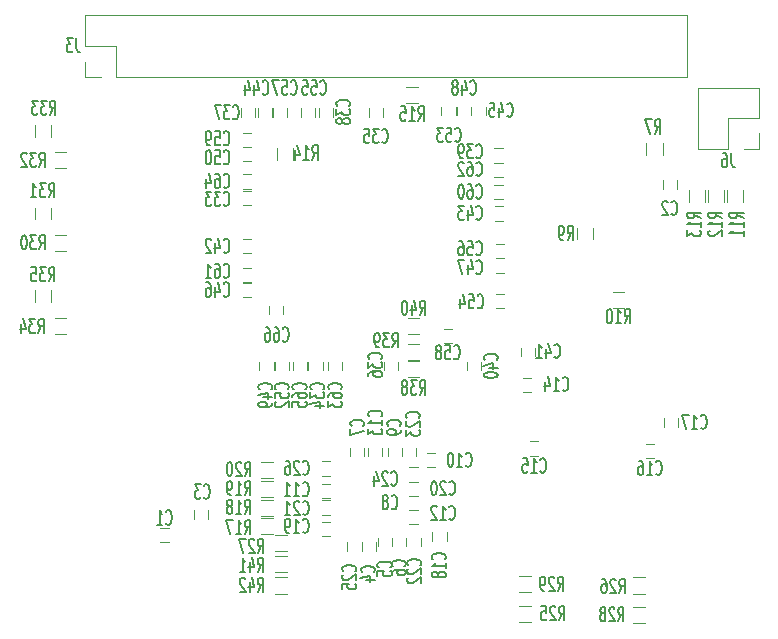
<source format=gbr>
G04 #@! TF.FileFunction,Legend,Bot*
%FSLAX45Y45*%
G04 Gerber Fmt 4.5, Leading zero omitted, Abs format (unit mm)*
G04 Created by KiCad (PCBNEW 4.0.7) date 07/31/18 15:54:45*
%MOMM*%
%LPD*%
G01*
G04 APERTURE LIST*
%ADD10C,0.100000*%
%ADD11C,0.120000*%
%ADD12C,0.200000*%
G04 APERTURE END LIST*
D10*
D11*
X10170000Y-11068000D02*
X10270000Y-11068000D01*
X10270000Y-10932000D02*
X10170000Y-10932000D01*
X10170000Y-10888000D02*
X10270000Y-10888000D01*
X10270000Y-10752000D02*
X10170000Y-10752000D01*
X11290000Y-8868000D02*
X11390000Y-8868000D01*
X11390000Y-8732000D02*
X11290000Y-8732000D01*
X11390000Y-8952000D02*
X11290000Y-8952000D01*
X11290000Y-9088000D02*
X11390000Y-9088000D01*
X11390000Y-9102000D02*
X11290000Y-9102000D01*
X11290000Y-9238000D02*
X11390000Y-9238000D01*
X10115000Y-8630000D02*
X10115000Y-8700000D01*
X10235000Y-8700000D02*
X10235000Y-8630000D01*
X10320000Y-9105000D02*
X10320000Y-9175000D01*
X10440000Y-9175000D02*
X10440000Y-9105000D01*
X9965000Y-7520000D02*
X9895000Y-7520000D01*
X9895000Y-7640000D02*
X9965000Y-7640000D01*
X10615000Y-9105000D02*
X10615000Y-9175000D01*
X10735000Y-9175000D02*
X10735000Y-9105000D01*
X12025000Y-7540000D02*
X12095000Y-7540000D01*
X12095000Y-7420000D02*
X12025000Y-7420000D01*
X9965000Y-8310000D02*
X9895000Y-8310000D01*
X9895000Y-8430000D02*
X9965000Y-8430000D01*
X12025000Y-7730000D02*
X12095000Y-7730000D01*
X12095000Y-7610000D02*
X12025000Y-7610000D01*
X9965000Y-7165000D02*
X9895000Y-7165000D01*
X9895000Y-7285000D02*
X9965000Y-7285000D01*
X11665000Y-8830000D02*
X11595000Y-8830000D01*
X11595000Y-8950000D02*
X11665000Y-8950000D01*
X12035000Y-8230000D02*
X12105000Y-8230000D01*
X12105000Y-8110000D02*
X12035000Y-8110000D01*
X10505000Y-7030000D02*
X10505000Y-6960000D01*
X10385000Y-6960000D02*
X10385000Y-7030000D01*
X12035000Y-8650000D02*
X12105000Y-8650000D01*
X12105000Y-8530000D02*
X12035000Y-8530000D01*
X11695000Y-7015000D02*
X11695000Y-6945000D01*
X11575000Y-6945000D02*
X11575000Y-7015000D01*
X10165000Y-9105000D02*
X10165000Y-9175000D01*
X10285000Y-9175000D02*
X10285000Y-9105000D01*
X9965000Y-7290000D02*
X9895000Y-7290000D01*
X9895000Y-7410000D02*
X9965000Y-7410000D01*
X10035000Y-9105000D02*
X10035000Y-9175000D01*
X10155000Y-9175000D02*
X10155000Y-9105000D01*
X11825000Y-7015000D02*
X11825000Y-6945000D01*
X11705000Y-6945000D02*
X11705000Y-7015000D01*
X12035000Y-8350000D02*
X12105000Y-8350000D01*
X12105000Y-8230000D02*
X12035000Y-8230000D01*
X9965000Y-8435000D02*
X9895000Y-8435000D01*
X9895000Y-8555000D02*
X9965000Y-8555000D01*
X11950000Y-7015000D02*
X11950000Y-6945000D01*
X11830000Y-6945000D02*
X11830000Y-7015000D01*
X10145000Y-7030000D02*
X10145000Y-6960000D01*
X10025000Y-6960000D02*
X10025000Y-7030000D01*
X12030000Y-7910000D02*
X12100000Y-7910000D01*
X12100000Y-7790000D02*
X12030000Y-7790000D01*
X9965000Y-8065000D02*
X9895000Y-8065000D01*
X9895000Y-8185000D02*
X9965000Y-8185000D01*
X12370000Y-9055000D02*
X12370000Y-8985000D01*
X12250000Y-8985000D02*
X12250000Y-9055000D01*
X11790000Y-9105000D02*
X11790000Y-9175000D01*
X11910000Y-9175000D02*
X11910000Y-9105000D01*
X12025000Y-7420000D02*
X12095000Y-7420000D01*
X12095000Y-7300000D02*
X12025000Y-7300000D01*
X10660000Y-7030000D02*
X10660000Y-6960000D01*
X10540000Y-6960000D02*
X10540000Y-7030000D01*
X9875000Y-6960000D02*
X9875000Y-7030000D01*
X9995000Y-7030000D02*
X9995000Y-6960000D01*
X11090000Y-9105000D02*
X11090000Y-9175000D01*
X11210000Y-9175000D02*
X11210000Y-9105000D01*
X11080000Y-7030000D02*
X11080000Y-6960000D01*
X10960000Y-6960000D02*
X10960000Y-7030000D01*
X10450000Y-9105000D02*
X10450000Y-9175000D01*
X10570000Y-9175000D02*
X10570000Y-9105000D01*
X9965000Y-7660000D02*
X9895000Y-7660000D01*
X9895000Y-7780000D02*
X9965000Y-7780000D01*
X10635000Y-9950000D02*
X10565000Y-9950000D01*
X10565000Y-10070000D02*
X10635000Y-10070000D01*
X10780000Y-10635000D02*
X10780000Y-10705000D01*
X10900000Y-10705000D02*
X10900000Y-10635000D01*
X11280000Y-10595000D02*
X11280000Y-10665000D01*
X11400000Y-10665000D02*
X11400000Y-10595000D01*
X10635000Y-10280000D02*
X10565000Y-10280000D01*
X10565000Y-10400000D02*
X10635000Y-10400000D01*
X11305000Y-10240000D02*
X11375000Y-10240000D01*
X11375000Y-10120000D02*
X11305000Y-10120000D01*
X10635000Y-10460000D02*
X10565000Y-10460000D01*
X10565000Y-10580000D02*
X10635000Y-10580000D01*
X11620000Y-10620000D02*
X11620000Y-10550000D01*
X11500000Y-10550000D02*
X11500000Y-10620000D01*
X13580000Y-9655000D02*
X13580000Y-9585000D01*
X13460000Y-9585000D02*
X13460000Y-9655000D01*
X13375000Y-9800000D02*
X13305000Y-9800000D01*
X13305000Y-9920000D02*
X13375000Y-9920000D01*
X12395000Y-9780000D02*
X12325000Y-9780000D01*
X12325000Y-9900000D02*
X12395000Y-9900000D01*
X12335000Y-9240000D02*
X12265000Y-9240000D01*
X12265000Y-9360000D02*
X12335000Y-9360000D01*
X11070000Y-9905000D02*
X11070000Y-9835000D01*
X10950000Y-9835000D02*
X10950000Y-9905000D01*
X11305000Y-10480000D02*
X11375000Y-10480000D01*
X11375000Y-10360000D02*
X11305000Y-10360000D01*
X10635000Y-10140000D02*
X10565000Y-10140000D01*
X10565000Y-10260000D02*
X10635000Y-10260000D01*
X11455000Y-10000000D02*
X11525000Y-10000000D01*
X11525000Y-9880000D02*
X11455000Y-9880000D01*
X11240000Y-9905000D02*
X11240000Y-9835000D01*
X11120000Y-9835000D02*
X11120000Y-9905000D01*
X11305000Y-10360000D02*
X11375000Y-10360000D01*
X11375000Y-10240000D02*
X11305000Y-10240000D01*
X10920000Y-9905000D02*
X10920000Y-9835000D01*
X10800000Y-9835000D02*
X10800000Y-9905000D01*
X11160000Y-10595000D02*
X11160000Y-10665000D01*
X11280000Y-10665000D02*
X11280000Y-10595000D01*
X11040000Y-10595000D02*
X11040000Y-10665000D01*
X11160000Y-10665000D02*
X11160000Y-10595000D01*
X10900000Y-10635000D02*
X10900000Y-10705000D01*
X11020000Y-10705000D02*
X11020000Y-10635000D01*
X9600000Y-10435000D02*
X9600000Y-10365000D01*
X9480000Y-10365000D02*
X9480000Y-10435000D01*
X13570000Y-7640000D02*
X13570000Y-7570000D01*
X13450000Y-7570000D02*
X13450000Y-7640000D01*
X9265000Y-10510000D02*
X9195000Y-10510000D01*
X9195000Y-10630000D02*
X9265000Y-10630000D01*
X8819000Y-6692000D02*
X13651000Y-6692000D01*
X13651000Y-6692000D02*
X13651000Y-6172000D01*
X13651000Y-6172000D02*
X8559000Y-6172000D01*
X8559000Y-6172000D02*
X8559000Y-6432000D01*
X8559000Y-6432000D02*
X8819000Y-6432000D01*
X8819000Y-6432000D02*
X8819000Y-6692000D01*
X8692000Y-6692000D02*
X8559000Y-6692000D01*
X8559000Y-6692000D02*
X8559000Y-6565000D01*
X8268000Y-7900000D02*
X8268000Y-7800000D01*
X8132000Y-7800000D02*
X8132000Y-7900000D01*
X8300000Y-8168000D02*
X8400000Y-8168000D01*
X8400000Y-8032000D02*
X8300000Y-8032000D01*
X8268000Y-8600000D02*
X8268000Y-8500000D01*
X8132000Y-8500000D02*
X8132000Y-8600000D01*
X8300000Y-8868000D02*
X8400000Y-8868000D01*
X8400000Y-8732000D02*
X8300000Y-8732000D01*
X8268000Y-7200000D02*
X8268000Y-7100000D01*
X8132000Y-7100000D02*
X8132000Y-7200000D01*
X8300000Y-7468000D02*
X8400000Y-7468000D01*
X8400000Y-7332000D02*
X8300000Y-7332000D01*
X12230000Y-11058000D02*
X12330000Y-11058000D01*
X12330000Y-10922000D02*
X12230000Y-10922000D01*
X13200000Y-11318000D02*
X13300000Y-11318000D01*
X13300000Y-11182000D02*
X13200000Y-11182000D01*
X10270000Y-10572000D02*
X10170000Y-10572000D01*
X10170000Y-10708000D02*
X10270000Y-10708000D01*
X13300000Y-10932000D02*
X13200000Y-10932000D01*
X13200000Y-11068000D02*
X13300000Y-11068000D01*
X12230000Y-11308000D02*
X12330000Y-11308000D01*
X12330000Y-11172000D02*
X12230000Y-11172000D01*
X10050000Y-10088000D02*
X10150000Y-10088000D01*
X10150000Y-9952000D02*
X10050000Y-9952000D01*
X10050000Y-10248000D02*
X10150000Y-10248000D01*
X10150000Y-10112000D02*
X10050000Y-10112000D01*
X10050000Y-10408000D02*
X10150000Y-10408000D01*
X10150000Y-10272000D02*
X10050000Y-10272000D01*
X10050000Y-10568000D02*
X10150000Y-10568000D01*
X10150000Y-10432000D02*
X10050000Y-10432000D01*
X10187000Y-7295000D02*
X10187000Y-7395000D01*
X10323000Y-7395000D02*
X10323000Y-7295000D01*
X11380000Y-6782000D02*
X11280000Y-6782000D01*
X11280000Y-6918000D02*
X11380000Y-6918000D01*
X13672000Y-7650000D02*
X13672000Y-7750000D01*
X13808000Y-7750000D02*
X13808000Y-7650000D01*
X13992000Y-7650000D02*
X13992000Y-7750000D01*
X14128000Y-7750000D02*
X14128000Y-7650000D01*
X13125000Y-8512000D02*
X13025000Y-8512000D01*
X13025000Y-8648000D02*
X13125000Y-8648000D01*
X13448000Y-7355000D02*
X13448000Y-7255000D01*
X13312000Y-7255000D02*
X13312000Y-7355000D01*
X14264000Y-7045000D02*
X14264000Y-6785000D01*
X14264000Y-6785000D02*
X13744000Y-6785000D01*
X13744000Y-6785000D02*
X13744000Y-7305000D01*
X13744000Y-7305000D02*
X14004000Y-7305000D01*
X14004000Y-7305000D02*
X14004000Y-7045000D01*
X14004000Y-7045000D02*
X14264000Y-7045000D01*
X14264000Y-7172000D02*
X14264000Y-7305000D01*
X14264000Y-7305000D02*
X14137000Y-7305000D01*
X11305000Y-10120000D02*
X11375000Y-10120000D01*
X11375000Y-10000000D02*
X11305000Y-10000000D01*
X10270000Y-7030000D02*
X10270000Y-6960000D01*
X10150000Y-6960000D02*
X10150000Y-7030000D01*
X13832000Y-7650000D02*
X13832000Y-7750000D01*
X13968000Y-7750000D02*
X13968000Y-7650000D01*
X12722000Y-7970000D02*
X12722000Y-8070000D01*
X12858000Y-8070000D02*
X12858000Y-7970000D01*
X11360000Y-9905000D02*
X11360000Y-9835000D01*
X11240000Y-9835000D02*
X11240000Y-9905000D01*
D12*
X10021429Y-11054286D02*
X10048095Y-10997143D01*
X10067143Y-11054286D02*
X10067143Y-10934286D01*
X10036667Y-10934286D01*
X10029048Y-10940000D01*
X10025238Y-10945714D01*
X10021429Y-10957143D01*
X10021429Y-10974286D01*
X10025238Y-10985714D01*
X10029048Y-10991429D01*
X10036667Y-10997143D01*
X10067143Y-10997143D01*
X9952857Y-10974286D02*
X9952857Y-11054286D01*
X9971905Y-10928571D02*
X9990952Y-11014286D01*
X9941429Y-11014286D01*
X9914762Y-10945714D02*
X9910952Y-10940000D01*
X9903333Y-10934286D01*
X9884286Y-10934286D01*
X9876667Y-10940000D01*
X9872857Y-10945714D01*
X9869048Y-10957143D01*
X9869048Y-10968571D01*
X9872857Y-10985714D01*
X9918571Y-11054286D01*
X9869048Y-11054286D01*
X10021429Y-10884286D02*
X10048095Y-10827143D01*
X10067143Y-10884286D02*
X10067143Y-10764286D01*
X10036667Y-10764286D01*
X10029048Y-10770000D01*
X10025238Y-10775714D01*
X10021429Y-10787143D01*
X10021429Y-10804286D01*
X10025238Y-10815714D01*
X10029048Y-10821429D01*
X10036667Y-10827143D01*
X10067143Y-10827143D01*
X9952857Y-10804286D02*
X9952857Y-10884286D01*
X9971905Y-10758571D02*
X9990952Y-10844286D01*
X9941429Y-10844286D01*
X9869048Y-10884286D02*
X9914762Y-10884286D01*
X9891905Y-10884286D02*
X9891905Y-10764286D01*
X9899524Y-10781429D01*
X9907143Y-10792857D01*
X9914762Y-10798571D01*
X11391429Y-8709286D02*
X11418095Y-8652143D01*
X11437143Y-8709286D02*
X11437143Y-8589286D01*
X11406667Y-8589286D01*
X11399048Y-8595000D01*
X11395238Y-8600714D01*
X11391429Y-8612143D01*
X11391429Y-8629286D01*
X11395238Y-8640714D01*
X11399048Y-8646429D01*
X11406667Y-8652143D01*
X11437143Y-8652143D01*
X11322857Y-8629286D02*
X11322857Y-8709286D01*
X11341905Y-8583571D02*
X11360952Y-8669286D01*
X11311429Y-8669286D01*
X11265714Y-8589286D02*
X11258095Y-8589286D01*
X11250476Y-8595000D01*
X11246667Y-8600714D01*
X11242857Y-8612143D01*
X11239048Y-8635000D01*
X11239048Y-8663571D01*
X11242857Y-8686429D01*
X11246667Y-8697857D01*
X11250476Y-8703571D01*
X11258095Y-8709286D01*
X11265714Y-8709286D01*
X11273333Y-8703571D01*
X11277143Y-8697857D01*
X11280952Y-8686429D01*
X11284762Y-8663571D01*
X11284762Y-8635000D01*
X11280952Y-8612143D01*
X11277143Y-8600714D01*
X11273333Y-8595000D01*
X11265714Y-8589286D01*
X11161429Y-8984286D02*
X11188095Y-8927143D01*
X11207143Y-8984286D02*
X11207143Y-8864286D01*
X11176667Y-8864286D01*
X11169048Y-8870000D01*
X11165238Y-8875714D01*
X11161429Y-8887143D01*
X11161429Y-8904286D01*
X11165238Y-8915714D01*
X11169048Y-8921429D01*
X11176667Y-8927143D01*
X11207143Y-8927143D01*
X11134762Y-8864286D02*
X11085238Y-8864286D01*
X11111905Y-8910000D01*
X11100476Y-8910000D01*
X11092857Y-8915714D01*
X11089048Y-8921429D01*
X11085238Y-8932857D01*
X11085238Y-8961429D01*
X11089048Y-8972857D01*
X11092857Y-8978571D01*
X11100476Y-8984286D01*
X11123333Y-8984286D01*
X11130952Y-8978571D01*
X11134762Y-8972857D01*
X11047143Y-8984286D02*
X11031905Y-8984286D01*
X11024286Y-8978571D01*
X11020476Y-8972857D01*
X11012857Y-8955714D01*
X11009048Y-8932857D01*
X11009048Y-8887143D01*
X11012857Y-8875714D01*
X11016667Y-8870000D01*
X11024286Y-8864286D01*
X11039524Y-8864286D01*
X11047143Y-8870000D01*
X11050952Y-8875714D01*
X11054762Y-8887143D01*
X11054762Y-8915714D01*
X11050952Y-8927143D01*
X11047143Y-8932857D01*
X11039524Y-8938571D01*
X11024286Y-8938571D01*
X11016667Y-8932857D01*
X11012857Y-8927143D01*
X11009048Y-8915714D01*
X11391429Y-9384286D02*
X11418095Y-9327143D01*
X11437143Y-9384286D02*
X11437143Y-9264286D01*
X11406667Y-9264286D01*
X11399048Y-9270000D01*
X11395238Y-9275714D01*
X11391429Y-9287143D01*
X11391429Y-9304286D01*
X11395238Y-9315714D01*
X11399048Y-9321429D01*
X11406667Y-9327143D01*
X11437143Y-9327143D01*
X11364762Y-9264286D02*
X11315238Y-9264286D01*
X11341905Y-9310000D01*
X11330476Y-9310000D01*
X11322857Y-9315714D01*
X11319048Y-9321429D01*
X11315238Y-9332857D01*
X11315238Y-9361429D01*
X11319048Y-9372857D01*
X11322857Y-9378571D01*
X11330476Y-9384286D01*
X11353333Y-9384286D01*
X11360952Y-9378571D01*
X11364762Y-9372857D01*
X11269524Y-9315714D02*
X11277143Y-9310000D01*
X11280952Y-9304286D01*
X11284762Y-9292857D01*
X11284762Y-9287143D01*
X11280952Y-9275714D01*
X11277143Y-9270000D01*
X11269524Y-9264286D01*
X11254286Y-9264286D01*
X11246667Y-9270000D01*
X11242857Y-9275714D01*
X11239048Y-9287143D01*
X11239048Y-9292857D01*
X11242857Y-9304286D01*
X11246667Y-9310000D01*
X11254286Y-9315714D01*
X11269524Y-9315714D01*
X11277143Y-9321429D01*
X11280952Y-9327143D01*
X11284762Y-9338571D01*
X11284762Y-9361429D01*
X11280952Y-9372857D01*
X11277143Y-9378571D01*
X11269524Y-9384286D01*
X11254286Y-9384286D01*
X11246667Y-9378571D01*
X11242857Y-9372857D01*
X11239048Y-9361429D01*
X11239048Y-9338571D01*
X11242857Y-9327143D01*
X11246667Y-9321429D01*
X11254286Y-9315714D01*
X10231429Y-8922857D02*
X10235238Y-8928571D01*
X10246667Y-8934286D01*
X10254286Y-8934286D01*
X10265714Y-8928571D01*
X10273333Y-8917143D01*
X10277143Y-8905714D01*
X10280952Y-8882857D01*
X10280952Y-8865714D01*
X10277143Y-8842857D01*
X10273333Y-8831429D01*
X10265714Y-8820000D01*
X10254286Y-8814286D01*
X10246667Y-8814286D01*
X10235238Y-8820000D01*
X10231429Y-8825714D01*
X10162857Y-8814286D02*
X10178095Y-8814286D01*
X10185714Y-8820000D01*
X10189524Y-8825714D01*
X10197143Y-8842857D01*
X10200952Y-8865714D01*
X10200952Y-8911429D01*
X10197143Y-8922857D01*
X10193333Y-8928571D01*
X10185714Y-8934286D01*
X10170476Y-8934286D01*
X10162857Y-8928571D01*
X10159048Y-8922857D01*
X10155238Y-8911429D01*
X10155238Y-8882857D01*
X10159048Y-8871429D01*
X10162857Y-8865714D01*
X10170476Y-8860000D01*
X10185714Y-8860000D01*
X10193333Y-8865714D01*
X10197143Y-8871429D01*
X10200952Y-8882857D01*
X10086667Y-8814286D02*
X10101905Y-8814286D01*
X10109524Y-8820000D01*
X10113333Y-8825714D01*
X10120952Y-8842857D01*
X10124762Y-8865714D01*
X10124762Y-8911429D01*
X10120952Y-8922857D01*
X10117143Y-8928571D01*
X10109524Y-8934286D01*
X10094286Y-8934286D01*
X10086667Y-8928571D01*
X10082857Y-8922857D01*
X10079048Y-8911429D01*
X10079048Y-8882857D01*
X10082857Y-8871429D01*
X10086667Y-8865714D01*
X10094286Y-8860000D01*
X10109524Y-8860000D01*
X10117143Y-8865714D01*
X10120952Y-8871429D01*
X10124762Y-8882857D01*
X10422857Y-9338571D02*
X10428571Y-9334762D01*
X10434286Y-9323333D01*
X10434286Y-9315714D01*
X10428571Y-9304286D01*
X10417143Y-9296667D01*
X10405714Y-9292857D01*
X10382857Y-9289048D01*
X10365714Y-9289048D01*
X10342857Y-9292857D01*
X10331429Y-9296667D01*
X10320000Y-9304286D01*
X10314286Y-9315714D01*
X10314286Y-9323333D01*
X10320000Y-9334762D01*
X10325714Y-9338571D01*
X10314286Y-9407143D02*
X10314286Y-9391905D01*
X10320000Y-9384286D01*
X10325714Y-9380476D01*
X10342857Y-9372857D01*
X10365714Y-9369048D01*
X10411429Y-9369048D01*
X10422857Y-9372857D01*
X10428571Y-9376667D01*
X10434286Y-9384286D01*
X10434286Y-9399524D01*
X10428571Y-9407143D01*
X10422857Y-9410952D01*
X10411429Y-9414762D01*
X10382857Y-9414762D01*
X10371429Y-9410952D01*
X10365714Y-9407143D01*
X10360000Y-9399524D01*
X10360000Y-9384286D01*
X10365714Y-9376667D01*
X10371429Y-9372857D01*
X10382857Y-9369048D01*
X10314286Y-9487143D02*
X10314286Y-9449048D01*
X10371429Y-9445238D01*
X10365714Y-9449048D01*
X10360000Y-9456667D01*
X10360000Y-9475714D01*
X10365714Y-9483333D01*
X10371429Y-9487143D01*
X10382857Y-9490952D01*
X10411429Y-9490952D01*
X10422857Y-9487143D01*
X10428571Y-9483333D01*
X10434286Y-9475714D01*
X10434286Y-9456667D01*
X10428571Y-9449048D01*
X10422857Y-9445238D01*
X9731429Y-7622857D02*
X9735238Y-7628571D01*
X9746667Y-7634286D01*
X9754286Y-7634286D01*
X9765714Y-7628571D01*
X9773333Y-7617143D01*
X9777143Y-7605714D01*
X9780952Y-7582857D01*
X9780952Y-7565714D01*
X9777143Y-7542857D01*
X9773333Y-7531429D01*
X9765714Y-7520000D01*
X9754286Y-7514286D01*
X9746667Y-7514286D01*
X9735238Y-7520000D01*
X9731429Y-7525714D01*
X9662857Y-7514286D02*
X9678095Y-7514286D01*
X9685714Y-7520000D01*
X9689524Y-7525714D01*
X9697143Y-7542857D01*
X9700952Y-7565714D01*
X9700952Y-7611429D01*
X9697143Y-7622857D01*
X9693333Y-7628571D01*
X9685714Y-7634286D01*
X9670476Y-7634286D01*
X9662857Y-7628571D01*
X9659048Y-7622857D01*
X9655238Y-7611429D01*
X9655238Y-7582857D01*
X9659048Y-7571429D01*
X9662857Y-7565714D01*
X9670476Y-7560000D01*
X9685714Y-7560000D01*
X9693333Y-7565714D01*
X9697143Y-7571429D01*
X9700952Y-7582857D01*
X9586667Y-7554286D02*
X9586667Y-7634286D01*
X9605714Y-7508571D02*
X9624762Y-7594286D01*
X9575238Y-7594286D01*
X10722857Y-9338571D02*
X10728571Y-9334762D01*
X10734286Y-9323333D01*
X10734286Y-9315714D01*
X10728571Y-9304286D01*
X10717143Y-9296667D01*
X10705714Y-9292857D01*
X10682857Y-9289048D01*
X10665714Y-9289048D01*
X10642857Y-9292857D01*
X10631429Y-9296667D01*
X10620000Y-9304286D01*
X10614286Y-9315714D01*
X10614286Y-9323333D01*
X10620000Y-9334762D01*
X10625714Y-9338571D01*
X10614286Y-9407143D02*
X10614286Y-9391905D01*
X10620000Y-9384286D01*
X10625714Y-9380476D01*
X10642857Y-9372857D01*
X10665714Y-9369048D01*
X10711429Y-9369048D01*
X10722857Y-9372857D01*
X10728571Y-9376667D01*
X10734286Y-9384286D01*
X10734286Y-9399524D01*
X10728571Y-9407143D01*
X10722857Y-9410952D01*
X10711429Y-9414762D01*
X10682857Y-9414762D01*
X10671429Y-9410952D01*
X10665714Y-9407143D01*
X10660000Y-9399524D01*
X10660000Y-9384286D01*
X10665714Y-9376667D01*
X10671429Y-9372857D01*
X10682857Y-9369048D01*
X10614286Y-9441429D02*
X10614286Y-9490952D01*
X10660000Y-9464286D01*
X10660000Y-9475714D01*
X10665714Y-9483333D01*
X10671429Y-9487143D01*
X10682857Y-9490952D01*
X10711429Y-9490952D01*
X10722857Y-9487143D01*
X10728571Y-9483333D01*
X10734286Y-9475714D01*
X10734286Y-9452857D01*
X10728571Y-9445238D01*
X10722857Y-9441429D01*
X11871429Y-7522857D02*
X11875238Y-7528571D01*
X11886667Y-7534286D01*
X11894286Y-7534286D01*
X11905714Y-7528571D01*
X11913333Y-7517143D01*
X11917143Y-7505714D01*
X11920952Y-7482857D01*
X11920952Y-7465714D01*
X11917143Y-7442857D01*
X11913333Y-7431429D01*
X11905714Y-7420000D01*
X11894286Y-7414286D01*
X11886667Y-7414286D01*
X11875238Y-7420000D01*
X11871429Y-7425714D01*
X11802857Y-7414286D02*
X11818095Y-7414286D01*
X11825714Y-7420000D01*
X11829524Y-7425714D01*
X11837143Y-7442857D01*
X11840952Y-7465714D01*
X11840952Y-7511429D01*
X11837143Y-7522857D01*
X11833333Y-7528571D01*
X11825714Y-7534286D01*
X11810476Y-7534286D01*
X11802857Y-7528571D01*
X11799048Y-7522857D01*
X11795238Y-7511429D01*
X11795238Y-7482857D01*
X11799048Y-7471429D01*
X11802857Y-7465714D01*
X11810476Y-7460000D01*
X11825714Y-7460000D01*
X11833333Y-7465714D01*
X11837143Y-7471429D01*
X11840952Y-7482857D01*
X11764762Y-7425714D02*
X11760952Y-7420000D01*
X11753333Y-7414286D01*
X11734286Y-7414286D01*
X11726667Y-7420000D01*
X11722857Y-7425714D01*
X11719048Y-7437143D01*
X11719048Y-7448571D01*
X11722857Y-7465714D01*
X11768571Y-7534286D01*
X11719048Y-7534286D01*
X9731429Y-8382857D02*
X9735238Y-8388571D01*
X9746667Y-8394286D01*
X9754286Y-8394286D01*
X9765714Y-8388571D01*
X9773333Y-8377143D01*
X9777143Y-8365714D01*
X9780952Y-8342857D01*
X9780952Y-8325714D01*
X9777143Y-8302857D01*
X9773333Y-8291429D01*
X9765714Y-8280000D01*
X9754286Y-8274286D01*
X9746667Y-8274286D01*
X9735238Y-8280000D01*
X9731429Y-8285714D01*
X9662857Y-8274286D02*
X9678095Y-8274286D01*
X9685714Y-8280000D01*
X9689524Y-8285714D01*
X9697143Y-8302857D01*
X9700952Y-8325714D01*
X9700952Y-8371429D01*
X9697143Y-8382857D01*
X9693333Y-8388571D01*
X9685714Y-8394286D01*
X9670476Y-8394286D01*
X9662857Y-8388571D01*
X9659048Y-8382857D01*
X9655238Y-8371429D01*
X9655238Y-8342857D01*
X9659048Y-8331429D01*
X9662857Y-8325714D01*
X9670476Y-8320000D01*
X9685714Y-8320000D01*
X9693333Y-8325714D01*
X9697143Y-8331429D01*
X9700952Y-8342857D01*
X9579048Y-8394286D02*
X9624762Y-8394286D01*
X9601905Y-8394286D02*
X9601905Y-8274286D01*
X9609524Y-8291429D01*
X9617143Y-8302857D01*
X9624762Y-8308571D01*
X11871429Y-7712857D02*
X11875238Y-7718571D01*
X11886667Y-7724286D01*
X11894286Y-7724286D01*
X11905714Y-7718571D01*
X11913333Y-7707143D01*
X11917143Y-7695714D01*
X11920952Y-7672857D01*
X11920952Y-7655714D01*
X11917143Y-7632857D01*
X11913333Y-7621429D01*
X11905714Y-7610000D01*
X11894286Y-7604286D01*
X11886667Y-7604286D01*
X11875238Y-7610000D01*
X11871429Y-7615714D01*
X11802857Y-7604286D02*
X11818095Y-7604286D01*
X11825714Y-7610000D01*
X11829524Y-7615714D01*
X11837143Y-7632857D01*
X11840952Y-7655714D01*
X11840952Y-7701429D01*
X11837143Y-7712857D01*
X11833333Y-7718571D01*
X11825714Y-7724286D01*
X11810476Y-7724286D01*
X11802857Y-7718571D01*
X11799048Y-7712857D01*
X11795238Y-7701429D01*
X11795238Y-7672857D01*
X11799048Y-7661429D01*
X11802857Y-7655714D01*
X11810476Y-7650000D01*
X11825714Y-7650000D01*
X11833333Y-7655714D01*
X11837143Y-7661429D01*
X11840952Y-7672857D01*
X11745714Y-7604286D02*
X11738095Y-7604286D01*
X11730476Y-7610000D01*
X11726667Y-7615714D01*
X11722857Y-7627143D01*
X11719048Y-7650000D01*
X11719048Y-7678571D01*
X11722857Y-7701429D01*
X11726667Y-7712857D01*
X11730476Y-7718571D01*
X11738095Y-7724286D01*
X11745714Y-7724286D01*
X11753333Y-7718571D01*
X11757143Y-7712857D01*
X11760952Y-7701429D01*
X11764762Y-7678571D01*
X11764762Y-7650000D01*
X11760952Y-7627143D01*
X11757143Y-7615714D01*
X11753333Y-7610000D01*
X11745714Y-7604286D01*
X9731429Y-7262857D02*
X9735238Y-7268571D01*
X9746667Y-7274286D01*
X9754286Y-7274286D01*
X9765714Y-7268571D01*
X9773333Y-7257143D01*
X9777143Y-7245714D01*
X9780952Y-7222857D01*
X9780952Y-7205714D01*
X9777143Y-7182857D01*
X9773333Y-7171429D01*
X9765714Y-7160000D01*
X9754286Y-7154286D01*
X9746667Y-7154286D01*
X9735238Y-7160000D01*
X9731429Y-7165714D01*
X9659048Y-7154286D02*
X9697143Y-7154286D01*
X9700952Y-7211429D01*
X9697143Y-7205714D01*
X9689524Y-7200000D01*
X9670476Y-7200000D01*
X9662857Y-7205714D01*
X9659048Y-7211429D01*
X9655238Y-7222857D01*
X9655238Y-7251429D01*
X9659048Y-7262857D01*
X9662857Y-7268571D01*
X9670476Y-7274286D01*
X9689524Y-7274286D01*
X9697143Y-7268571D01*
X9700952Y-7262857D01*
X9617143Y-7274286D02*
X9601905Y-7274286D01*
X9594286Y-7268571D01*
X9590476Y-7262857D01*
X9582857Y-7245714D01*
X9579048Y-7222857D01*
X9579048Y-7177143D01*
X9582857Y-7165714D01*
X9586667Y-7160000D01*
X9594286Y-7154286D01*
X9609524Y-7154286D01*
X9617143Y-7160000D01*
X9620952Y-7165714D01*
X9624762Y-7177143D01*
X9624762Y-7205714D01*
X9620952Y-7217143D01*
X9617143Y-7222857D01*
X9609524Y-7228571D01*
X9594286Y-7228571D01*
X9586667Y-7222857D01*
X9582857Y-7217143D01*
X9579048Y-7205714D01*
X11681429Y-9072857D02*
X11685238Y-9078571D01*
X11696667Y-9084286D01*
X11704286Y-9084286D01*
X11715714Y-9078571D01*
X11723333Y-9067143D01*
X11727143Y-9055714D01*
X11730952Y-9032857D01*
X11730952Y-9015714D01*
X11727143Y-8992857D01*
X11723333Y-8981429D01*
X11715714Y-8970000D01*
X11704286Y-8964286D01*
X11696667Y-8964286D01*
X11685238Y-8970000D01*
X11681429Y-8975714D01*
X11609048Y-8964286D02*
X11647143Y-8964286D01*
X11650952Y-9021429D01*
X11647143Y-9015714D01*
X11639524Y-9010000D01*
X11620476Y-9010000D01*
X11612857Y-9015714D01*
X11609048Y-9021429D01*
X11605238Y-9032857D01*
X11605238Y-9061429D01*
X11609048Y-9072857D01*
X11612857Y-9078571D01*
X11620476Y-9084286D01*
X11639524Y-9084286D01*
X11647143Y-9078571D01*
X11650952Y-9072857D01*
X11559524Y-9015714D02*
X11567143Y-9010000D01*
X11570952Y-9004286D01*
X11574762Y-8992857D01*
X11574762Y-8987143D01*
X11570952Y-8975714D01*
X11567143Y-8970000D01*
X11559524Y-8964286D01*
X11544286Y-8964286D01*
X11536667Y-8970000D01*
X11532857Y-8975714D01*
X11529048Y-8987143D01*
X11529048Y-8992857D01*
X11532857Y-9004286D01*
X11536667Y-9010000D01*
X11544286Y-9015714D01*
X11559524Y-9015714D01*
X11567143Y-9021429D01*
X11570952Y-9027143D01*
X11574762Y-9038571D01*
X11574762Y-9061429D01*
X11570952Y-9072857D01*
X11567143Y-9078571D01*
X11559524Y-9084286D01*
X11544286Y-9084286D01*
X11536667Y-9078571D01*
X11532857Y-9072857D01*
X11529048Y-9061429D01*
X11529048Y-9038571D01*
X11532857Y-9027143D01*
X11536667Y-9021429D01*
X11544286Y-9015714D01*
X11871429Y-8192857D02*
X11875238Y-8198571D01*
X11886667Y-8204286D01*
X11894286Y-8204286D01*
X11905714Y-8198571D01*
X11913333Y-8187143D01*
X11917143Y-8175714D01*
X11920952Y-8152857D01*
X11920952Y-8135714D01*
X11917143Y-8112857D01*
X11913333Y-8101429D01*
X11905714Y-8090000D01*
X11894286Y-8084286D01*
X11886667Y-8084286D01*
X11875238Y-8090000D01*
X11871429Y-8095714D01*
X11799048Y-8084286D02*
X11837143Y-8084286D01*
X11840952Y-8141429D01*
X11837143Y-8135714D01*
X11829524Y-8130000D01*
X11810476Y-8130000D01*
X11802857Y-8135714D01*
X11799048Y-8141429D01*
X11795238Y-8152857D01*
X11795238Y-8181429D01*
X11799048Y-8192857D01*
X11802857Y-8198571D01*
X11810476Y-8204286D01*
X11829524Y-8204286D01*
X11837143Y-8198571D01*
X11840952Y-8192857D01*
X11726667Y-8084286D02*
X11741905Y-8084286D01*
X11749524Y-8090000D01*
X11753333Y-8095714D01*
X11760952Y-8112857D01*
X11764762Y-8135714D01*
X11764762Y-8181429D01*
X11760952Y-8192857D01*
X11757143Y-8198571D01*
X11749524Y-8204286D01*
X11734286Y-8204286D01*
X11726667Y-8198571D01*
X11722857Y-8192857D01*
X11719048Y-8181429D01*
X11719048Y-8152857D01*
X11722857Y-8141429D01*
X11726667Y-8135714D01*
X11734286Y-8130000D01*
X11749524Y-8130000D01*
X11757143Y-8135714D01*
X11760952Y-8141429D01*
X11764762Y-8152857D01*
X10551429Y-6832857D02*
X10555238Y-6838571D01*
X10566667Y-6844286D01*
X10574286Y-6844286D01*
X10585714Y-6838571D01*
X10593333Y-6827143D01*
X10597143Y-6815714D01*
X10600952Y-6792857D01*
X10600952Y-6775714D01*
X10597143Y-6752857D01*
X10593333Y-6741429D01*
X10585714Y-6730000D01*
X10574286Y-6724286D01*
X10566667Y-6724286D01*
X10555238Y-6730000D01*
X10551429Y-6735714D01*
X10479048Y-6724286D02*
X10517143Y-6724286D01*
X10520952Y-6781429D01*
X10517143Y-6775714D01*
X10509524Y-6770000D01*
X10490476Y-6770000D01*
X10482857Y-6775714D01*
X10479048Y-6781429D01*
X10475238Y-6792857D01*
X10475238Y-6821429D01*
X10479048Y-6832857D01*
X10482857Y-6838571D01*
X10490476Y-6844286D01*
X10509524Y-6844286D01*
X10517143Y-6838571D01*
X10520952Y-6832857D01*
X10402857Y-6724286D02*
X10440952Y-6724286D01*
X10444762Y-6781429D01*
X10440952Y-6775714D01*
X10433333Y-6770000D01*
X10414286Y-6770000D01*
X10406667Y-6775714D01*
X10402857Y-6781429D01*
X10399048Y-6792857D01*
X10399048Y-6821429D01*
X10402857Y-6832857D01*
X10406667Y-6838571D01*
X10414286Y-6844286D01*
X10433333Y-6844286D01*
X10440952Y-6838571D01*
X10444762Y-6832857D01*
X11881429Y-8642857D02*
X11885238Y-8648571D01*
X11896667Y-8654286D01*
X11904286Y-8654286D01*
X11915714Y-8648571D01*
X11923333Y-8637143D01*
X11927143Y-8625714D01*
X11930952Y-8602857D01*
X11930952Y-8585714D01*
X11927143Y-8562857D01*
X11923333Y-8551429D01*
X11915714Y-8540000D01*
X11904286Y-8534286D01*
X11896667Y-8534286D01*
X11885238Y-8540000D01*
X11881429Y-8545714D01*
X11809048Y-8534286D02*
X11847143Y-8534286D01*
X11850952Y-8591429D01*
X11847143Y-8585714D01*
X11839524Y-8580000D01*
X11820476Y-8580000D01*
X11812857Y-8585714D01*
X11809048Y-8591429D01*
X11805238Y-8602857D01*
X11805238Y-8631429D01*
X11809048Y-8642857D01*
X11812857Y-8648571D01*
X11820476Y-8654286D01*
X11839524Y-8654286D01*
X11847143Y-8648571D01*
X11850952Y-8642857D01*
X11736667Y-8574286D02*
X11736667Y-8654286D01*
X11755714Y-8528571D02*
X11774762Y-8614286D01*
X11725238Y-8614286D01*
X11691429Y-7232857D02*
X11695238Y-7238571D01*
X11706667Y-7244286D01*
X11714286Y-7244286D01*
X11725714Y-7238571D01*
X11733333Y-7227143D01*
X11737143Y-7215714D01*
X11740952Y-7192857D01*
X11740952Y-7175714D01*
X11737143Y-7152857D01*
X11733333Y-7141429D01*
X11725714Y-7130000D01*
X11714286Y-7124286D01*
X11706667Y-7124286D01*
X11695238Y-7130000D01*
X11691429Y-7135714D01*
X11619048Y-7124286D02*
X11657143Y-7124286D01*
X11660952Y-7181429D01*
X11657143Y-7175714D01*
X11649524Y-7170000D01*
X11630476Y-7170000D01*
X11622857Y-7175714D01*
X11619048Y-7181429D01*
X11615238Y-7192857D01*
X11615238Y-7221429D01*
X11619048Y-7232857D01*
X11622857Y-7238571D01*
X11630476Y-7244286D01*
X11649524Y-7244286D01*
X11657143Y-7238571D01*
X11660952Y-7232857D01*
X11588571Y-7124286D02*
X11539048Y-7124286D01*
X11565714Y-7170000D01*
X11554286Y-7170000D01*
X11546667Y-7175714D01*
X11542857Y-7181429D01*
X11539048Y-7192857D01*
X11539048Y-7221429D01*
X11542857Y-7232857D01*
X11546667Y-7238571D01*
X11554286Y-7244286D01*
X11577143Y-7244286D01*
X11584762Y-7238571D01*
X11588571Y-7232857D01*
X10272857Y-9338571D02*
X10278571Y-9334762D01*
X10284286Y-9323333D01*
X10284286Y-9315714D01*
X10278571Y-9304286D01*
X10267143Y-9296667D01*
X10255714Y-9292857D01*
X10232857Y-9289048D01*
X10215714Y-9289048D01*
X10192857Y-9292857D01*
X10181429Y-9296667D01*
X10170000Y-9304286D01*
X10164286Y-9315714D01*
X10164286Y-9323333D01*
X10170000Y-9334762D01*
X10175714Y-9338571D01*
X10164286Y-9410952D02*
X10164286Y-9372857D01*
X10221429Y-9369048D01*
X10215714Y-9372857D01*
X10210000Y-9380476D01*
X10210000Y-9399524D01*
X10215714Y-9407143D01*
X10221429Y-9410952D01*
X10232857Y-9414762D01*
X10261429Y-9414762D01*
X10272857Y-9410952D01*
X10278571Y-9407143D01*
X10284286Y-9399524D01*
X10284286Y-9380476D01*
X10278571Y-9372857D01*
X10272857Y-9369048D01*
X10175714Y-9445238D02*
X10170000Y-9449048D01*
X10164286Y-9456667D01*
X10164286Y-9475714D01*
X10170000Y-9483333D01*
X10175714Y-9487143D01*
X10187143Y-9490952D01*
X10198571Y-9490952D01*
X10215714Y-9487143D01*
X10284286Y-9441429D01*
X10284286Y-9490952D01*
X9731429Y-7422857D02*
X9735238Y-7428571D01*
X9746667Y-7434286D01*
X9754286Y-7434286D01*
X9765714Y-7428571D01*
X9773333Y-7417143D01*
X9777143Y-7405714D01*
X9780952Y-7382857D01*
X9780952Y-7365714D01*
X9777143Y-7342857D01*
X9773333Y-7331429D01*
X9765714Y-7320000D01*
X9754286Y-7314286D01*
X9746667Y-7314286D01*
X9735238Y-7320000D01*
X9731429Y-7325714D01*
X9659048Y-7314286D02*
X9697143Y-7314286D01*
X9700952Y-7371429D01*
X9697143Y-7365714D01*
X9689524Y-7360000D01*
X9670476Y-7360000D01*
X9662857Y-7365714D01*
X9659048Y-7371429D01*
X9655238Y-7382857D01*
X9655238Y-7411429D01*
X9659048Y-7422857D01*
X9662857Y-7428571D01*
X9670476Y-7434286D01*
X9689524Y-7434286D01*
X9697143Y-7428571D01*
X9700952Y-7422857D01*
X9605714Y-7314286D02*
X9598095Y-7314286D01*
X9590476Y-7320000D01*
X9586667Y-7325714D01*
X9582857Y-7337143D01*
X9579048Y-7360000D01*
X9579048Y-7388571D01*
X9582857Y-7411429D01*
X9586667Y-7422857D01*
X9590476Y-7428571D01*
X9598095Y-7434286D01*
X9605714Y-7434286D01*
X9613333Y-7428571D01*
X9617143Y-7422857D01*
X9620952Y-7411429D01*
X9624762Y-7388571D01*
X9624762Y-7360000D01*
X9620952Y-7337143D01*
X9617143Y-7325714D01*
X9613333Y-7320000D01*
X9605714Y-7314286D01*
X10132857Y-9338571D02*
X10138571Y-9334762D01*
X10144286Y-9323333D01*
X10144286Y-9315714D01*
X10138571Y-9304286D01*
X10127143Y-9296667D01*
X10115714Y-9292857D01*
X10092857Y-9289048D01*
X10075714Y-9289048D01*
X10052857Y-9292857D01*
X10041429Y-9296667D01*
X10030000Y-9304286D01*
X10024286Y-9315714D01*
X10024286Y-9323333D01*
X10030000Y-9334762D01*
X10035714Y-9338571D01*
X10064286Y-9407143D02*
X10144286Y-9407143D01*
X10018571Y-9388095D02*
X10104286Y-9369048D01*
X10104286Y-9418571D01*
X10144286Y-9452857D02*
X10144286Y-9468095D01*
X10138571Y-9475714D01*
X10132857Y-9479524D01*
X10115714Y-9487143D01*
X10092857Y-9490952D01*
X10047143Y-9490952D01*
X10035714Y-9487143D01*
X10030000Y-9483333D01*
X10024286Y-9475714D01*
X10024286Y-9460476D01*
X10030000Y-9452857D01*
X10035714Y-9449048D01*
X10047143Y-9445238D01*
X10075714Y-9445238D01*
X10087143Y-9449048D01*
X10092857Y-9452857D01*
X10098571Y-9460476D01*
X10098571Y-9475714D01*
X10092857Y-9483333D01*
X10087143Y-9487143D01*
X10075714Y-9490952D01*
X11821429Y-6832857D02*
X11825238Y-6838571D01*
X11836667Y-6844286D01*
X11844286Y-6844286D01*
X11855714Y-6838571D01*
X11863333Y-6827143D01*
X11867143Y-6815714D01*
X11870952Y-6792857D01*
X11870952Y-6775714D01*
X11867143Y-6752857D01*
X11863333Y-6741429D01*
X11855714Y-6730000D01*
X11844286Y-6724286D01*
X11836667Y-6724286D01*
X11825238Y-6730000D01*
X11821429Y-6735714D01*
X11752857Y-6764286D02*
X11752857Y-6844286D01*
X11771905Y-6718571D02*
X11790952Y-6804286D01*
X11741429Y-6804286D01*
X11699524Y-6775714D02*
X11707143Y-6770000D01*
X11710952Y-6764286D01*
X11714762Y-6752857D01*
X11714762Y-6747143D01*
X11710952Y-6735714D01*
X11707143Y-6730000D01*
X11699524Y-6724286D01*
X11684286Y-6724286D01*
X11676667Y-6730000D01*
X11672857Y-6735714D01*
X11669048Y-6747143D01*
X11669048Y-6752857D01*
X11672857Y-6764286D01*
X11676667Y-6770000D01*
X11684286Y-6775714D01*
X11699524Y-6775714D01*
X11707143Y-6781429D01*
X11710952Y-6787143D01*
X11714762Y-6798571D01*
X11714762Y-6821429D01*
X11710952Y-6832857D01*
X11707143Y-6838571D01*
X11699524Y-6844286D01*
X11684286Y-6844286D01*
X11676667Y-6838571D01*
X11672857Y-6832857D01*
X11669048Y-6821429D01*
X11669048Y-6798571D01*
X11672857Y-6787143D01*
X11676667Y-6781429D01*
X11684286Y-6775714D01*
X11871429Y-8352857D02*
X11875238Y-8358571D01*
X11886667Y-8364286D01*
X11894286Y-8364286D01*
X11905714Y-8358571D01*
X11913333Y-8347143D01*
X11917143Y-8335714D01*
X11920952Y-8312857D01*
X11920952Y-8295714D01*
X11917143Y-8272857D01*
X11913333Y-8261429D01*
X11905714Y-8250000D01*
X11894286Y-8244286D01*
X11886667Y-8244286D01*
X11875238Y-8250000D01*
X11871429Y-8255714D01*
X11802857Y-8284286D02*
X11802857Y-8364286D01*
X11821905Y-8238571D02*
X11840952Y-8324286D01*
X11791429Y-8324286D01*
X11768571Y-8244286D02*
X11715238Y-8244286D01*
X11749524Y-8364286D01*
X9731429Y-8542857D02*
X9735238Y-8548571D01*
X9746667Y-8554286D01*
X9754286Y-8554286D01*
X9765714Y-8548571D01*
X9773333Y-8537143D01*
X9777143Y-8525714D01*
X9780952Y-8502857D01*
X9780952Y-8485714D01*
X9777143Y-8462857D01*
X9773333Y-8451429D01*
X9765714Y-8440000D01*
X9754286Y-8434286D01*
X9746667Y-8434286D01*
X9735238Y-8440000D01*
X9731429Y-8445714D01*
X9662857Y-8474286D02*
X9662857Y-8554286D01*
X9681905Y-8428571D02*
X9700952Y-8514286D01*
X9651429Y-8514286D01*
X9586667Y-8434286D02*
X9601905Y-8434286D01*
X9609524Y-8440000D01*
X9613333Y-8445714D01*
X9620952Y-8462857D01*
X9624762Y-8485714D01*
X9624762Y-8531429D01*
X9620952Y-8542857D01*
X9617143Y-8548571D01*
X9609524Y-8554286D01*
X9594286Y-8554286D01*
X9586667Y-8548571D01*
X9582857Y-8542857D01*
X9579048Y-8531429D01*
X9579048Y-8502857D01*
X9582857Y-8491429D01*
X9586667Y-8485714D01*
X9594286Y-8480000D01*
X9609524Y-8480000D01*
X9617143Y-8485714D01*
X9620952Y-8491429D01*
X9624762Y-8502857D01*
X12131429Y-7022857D02*
X12135238Y-7028571D01*
X12146667Y-7034286D01*
X12154286Y-7034286D01*
X12165714Y-7028571D01*
X12173333Y-7017143D01*
X12177143Y-7005714D01*
X12180952Y-6982857D01*
X12180952Y-6965714D01*
X12177143Y-6942857D01*
X12173333Y-6931429D01*
X12165714Y-6920000D01*
X12154286Y-6914286D01*
X12146667Y-6914286D01*
X12135238Y-6920000D01*
X12131429Y-6925714D01*
X12062857Y-6954286D02*
X12062857Y-7034286D01*
X12081905Y-6908571D02*
X12100952Y-6994286D01*
X12051429Y-6994286D01*
X11982857Y-6914286D02*
X12020952Y-6914286D01*
X12024762Y-6971429D01*
X12020952Y-6965714D01*
X12013333Y-6960000D01*
X11994286Y-6960000D01*
X11986667Y-6965714D01*
X11982857Y-6971429D01*
X11979048Y-6982857D01*
X11979048Y-7011429D01*
X11982857Y-7022857D01*
X11986667Y-7028571D01*
X11994286Y-7034286D01*
X12013333Y-7034286D01*
X12020952Y-7028571D01*
X12024762Y-7022857D01*
X10061429Y-6832857D02*
X10065238Y-6838571D01*
X10076667Y-6844286D01*
X10084286Y-6844286D01*
X10095714Y-6838571D01*
X10103333Y-6827143D01*
X10107143Y-6815714D01*
X10110952Y-6792857D01*
X10110952Y-6775714D01*
X10107143Y-6752857D01*
X10103333Y-6741429D01*
X10095714Y-6730000D01*
X10084286Y-6724286D01*
X10076667Y-6724286D01*
X10065238Y-6730000D01*
X10061429Y-6735714D01*
X9992857Y-6764286D02*
X9992857Y-6844286D01*
X10011905Y-6718571D02*
X10030952Y-6804286D01*
X9981429Y-6804286D01*
X9916667Y-6764286D02*
X9916667Y-6844286D01*
X9935714Y-6718571D02*
X9954762Y-6804286D01*
X9905238Y-6804286D01*
X11871429Y-7892857D02*
X11875238Y-7898571D01*
X11886667Y-7904286D01*
X11894286Y-7904286D01*
X11905714Y-7898571D01*
X11913333Y-7887143D01*
X11917143Y-7875714D01*
X11920952Y-7852857D01*
X11920952Y-7835714D01*
X11917143Y-7812857D01*
X11913333Y-7801429D01*
X11905714Y-7790000D01*
X11894286Y-7784286D01*
X11886667Y-7784286D01*
X11875238Y-7790000D01*
X11871429Y-7795714D01*
X11802857Y-7824286D02*
X11802857Y-7904286D01*
X11821905Y-7778571D02*
X11840952Y-7864286D01*
X11791429Y-7864286D01*
X11768571Y-7784286D02*
X11719048Y-7784286D01*
X11745714Y-7830000D01*
X11734286Y-7830000D01*
X11726667Y-7835714D01*
X11722857Y-7841429D01*
X11719048Y-7852857D01*
X11719048Y-7881429D01*
X11722857Y-7892857D01*
X11726667Y-7898571D01*
X11734286Y-7904286D01*
X11757143Y-7904286D01*
X11764762Y-7898571D01*
X11768571Y-7892857D01*
X9731429Y-8172857D02*
X9735238Y-8178571D01*
X9746667Y-8184286D01*
X9754286Y-8184286D01*
X9765714Y-8178571D01*
X9773333Y-8167143D01*
X9777143Y-8155714D01*
X9780952Y-8132857D01*
X9780952Y-8115714D01*
X9777143Y-8092857D01*
X9773333Y-8081429D01*
X9765714Y-8070000D01*
X9754286Y-8064286D01*
X9746667Y-8064286D01*
X9735238Y-8070000D01*
X9731429Y-8075714D01*
X9662857Y-8104286D02*
X9662857Y-8184286D01*
X9681905Y-8058571D02*
X9700952Y-8144286D01*
X9651429Y-8144286D01*
X9624762Y-8075714D02*
X9620952Y-8070000D01*
X9613333Y-8064286D01*
X9594286Y-8064286D01*
X9586667Y-8070000D01*
X9582857Y-8075714D01*
X9579048Y-8087143D01*
X9579048Y-8098571D01*
X9582857Y-8115714D01*
X9628571Y-8184286D01*
X9579048Y-8184286D01*
X12531429Y-9062857D02*
X12535238Y-9068571D01*
X12546667Y-9074286D01*
X12554286Y-9074286D01*
X12565714Y-9068571D01*
X12573333Y-9057143D01*
X12577143Y-9045714D01*
X12580952Y-9022857D01*
X12580952Y-9005714D01*
X12577143Y-8982857D01*
X12573333Y-8971429D01*
X12565714Y-8960000D01*
X12554286Y-8954286D01*
X12546667Y-8954286D01*
X12535238Y-8960000D01*
X12531429Y-8965714D01*
X12462857Y-8994286D02*
X12462857Y-9074286D01*
X12481905Y-8948571D02*
X12500952Y-9034286D01*
X12451429Y-9034286D01*
X12379048Y-9074286D02*
X12424762Y-9074286D01*
X12401905Y-9074286D02*
X12401905Y-8954286D01*
X12409524Y-8971429D01*
X12417143Y-8982857D01*
X12424762Y-8988571D01*
X12042857Y-9088571D02*
X12048571Y-9084762D01*
X12054286Y-9073333D01*
X12054286Y-9065714D01*
X12048571Y-9054286D01*
X12037143Y-9046667D01*
X12025714Y-9042857D01*
X12002857Y-9039048D01*
X11985714Y-9039048D01*
X11962857Y-9042857D01*
X11951429Y-9046667D01*
X11940000Y-9054286D01*
X11934286Y-9065714D01*
X11934286Y-9073333D01*
X11940000Y-9084762D01*
X11945714Y-9088571D01*
X11974286Y-9157143D02*
X12054286Y-9157143D01*
X11928571Y-9138095D02*
X12014286Y-9119048D01*
X12014286Y-9168571D01*
X11934286Y-9214286D02*
X11934286Y-9221905D01*
X11940000Y-9229524D01*
X11945714Y-9233333D01*
X11957143Y-9237143D01*
X11980000Y-9240952D01*
X12008571Y-9240952D01*
X12031429Y-9237143D01*
X12042857Y-9233333D01*
X12048571Y-9229524D01*
X12054286Y-9221905D01*
X12054286Y-9214286D01*
X12048571Y-9206667D01*
X12042857Y-9202857D01*
X12031429Y-9199048D01*
X12008571Y-9195238D01*
X11980000Y-9195238D01*
X11957143Y-9199048D01*
X11945714Y-9202857D01*
X11940000Y-9206667D01*
X11934286Y-9214286D01*
X11871429Y-7372857D02*
X11875238Y-7378571D01*
X11886667Y-7384286D01*
X11894286Y-7384286D01*
X11905714Y-7378571D01*
X11913333Y-7367143D01*
X11917143Y-7355714D01*
X11920952Y-7332857D01*
X11920952Y-7315714D01*
X11917143Y-7292857D01*
X11913333Y-7281429D01*
X11905714Y-7270000D01*
X11894286Y-7264286D01*
X11886667Y-7264286D01*
X11875238Y-7270000D01*
X11871429Y-7275714D01*
X11844762Y-7264286D02*
X11795238Y-7264286D01*
X11821905Y-7310000D01*
X11810476Y-7310000D01*
X11802857Y-7315714D01*
X11799048Y-7321429D01*
X11795238Y-7332857D01*
X11795238Y-7361429D01*
X11799048Y-7372857D01*
X11802857Y-7378571D01*
X11810476Y-7384286D01*
X11833333Y-7384286D01*
X11840952Y-7378571D01*
X11844762Y-7372857D01*
X11757143Y-7384286D02*
X11741905Y-7384286D01*
X11734286Y-7378571D01*
X11730476Y-7372857D01*
X11722857Y-7355714D01*
X11719048Y-7332857D01*
X11719048Y-7287143D01*
X11722857Y-7275714D01*
X11726667Y-7270000D01*
X11734286Y-7264286D01*
X11749524Y-7264286D01*
X11757143Y-7270000D01*
X11760952Y-7275714D01*
X11764762Y-7287143D01*
X11764762Y-7315714D01*
X11760952Y-7327143D01*
X11757143Y-7332857D01*
X11749524Y-7338571D01*
X11734286Y-7338571D01*
X11726667Y-7332857D01*
X11722857Y-7327143D01*
X11719048Y-7315714D01*
X10792857Y-6938571D02*
X10798571Y-6934762D01*
X10804286Y-6923333D01*
X10804286Y-6915714D01*
X10798571Y-6904286D01*
X10787143Y-6896667D01*
X10775714Y-6892857D01*
X10752857Y-6889048D01*
X10735714Y-6889048D01*
X10712857Y-6892857D01*
X10701429Y-6896667D01*
X10690000Y-6904286D01*
X10684286Y-6915714D01*
X10684286Y-6923333D01*
X10690000Y-6934762D01*
X10695714Y-6938571D01*
X10684286Y-6965238D02*
X10684286Y-7014762D01*
X10730000Y-6988095D01*
X10730000Y-6999524D01*
X10735714Y-7007143D01*
X10741429Y-7010952D01*
X10752857Y-7014762D01*
X10781429Y-7014762D01*
X10792857Y-7010952D01*
X10798571Y-7007143D01*
X10804286Y-6999524D01*
X10804286Y-6976667D01*
X10798571Y-6969048D01*
X10792857Y-6965238D01*
X10735714Y-7060476D02*
X10730000Y-7052857D01*
X10724286Y-7049048D01*
X10712857Y-7045238D01*
X10707143Y-7045238D01*
X10695714Y-7049048D01*
X10690000Y-7052857D01*
X10684286Y-7060476D01*
X10684286Y-7075714D01*
X10690000Y-7083333D01*
X10695714Y-7087143D01*
X10707143Y-7090952D01*
X10712857Y-7090952D01*
X10724286Y-7087143D01*
X10730000Y-7083333D01*
X10735714Y-7075714D01*
X10735714Y-7060476D01*
X10741429Y-7052857D01*
X10747143Y-7049048D01*
X10758571Y-7045238D01*
X10781429Y-7045238D01*
X10792857Y-7049048D01*
X10798571Y-7052857D01*
X10804286Y-7060476D01*
X10804286Y-7075714D01*
X10798571Y-7083333D01*
X10792857Y-7087143D01*
X10781429Y-7090952D01*
X10758571Y-7090952D01*
X10747143Y-7087143D01*
X10741429Y-7083333D01*
X10735714Y-7075714D01*
X9811429Y-7042857D02*
X9815238Y-7048571D01*
X9826667Y-7054286D01*
X9834286Y-7054286D01*
X9845714Y-7048571D01*
X9853333Y-7037143D01*
X9857143Y-7025714D01*
X9860952Y-7002857D01*
X9860952Y-6985714D01*
X9857143Y-6962857D01*
X9853333Y-6951429D01*
X9845714Y-6940000D01*
X9834286Y-6934286D01*
X9826667Y-6934286D01*
X9815238Y-6940000D01*
X9811429Y-6945714D01*
X9784762Y-6934286D02*
X9735238Y-6934286D01*
X9761905Y-6980000D01*
X9750476Y-6980000D01*
X9742857Y-6985714D01*
X9739048Y-6991429D01*
X9735238Y-7002857D01*
X9735238Y-7031429D01*
X9739048Y-7042857D01*
X9742857Y-7048571D01*
X9750476Y-7054286D01*
X9773333Y-7054286D01*
X9780952Y-7048571D01*
X9784762Y-7042857D01*
X9708571Y-6934286D02*
X9655238Y-6934286D01*
X9689524Y-7054286D01*
X11062857Y-9078571D02*
X11068571Y-9074762D01*
X11074286Y-9063333D01*
X11074286Y-9055714D01*
X11068571Y-9044286D01*
X11057143Y-9036667D01*
X11045714Y-9032857D01*
X11022857Y-9029048D01*
X11005714Y-9029048D01*
X10982857Y-9032857D01*
X10971429Y-9036667D01*
X10960000Y-9044286D01*
X10954286Y-9055714D01*
X10954286Y-9063333D01*
X10960000Y-9074762D01*
X10965714Y-9078571D01*
X10954286Y-9105238D02*
X10954286Y-9154762D01*
X11000000Y-9128095D01*
X11000000Y-9139524D01*
X11005714Y-9147143D01*
X11011429Y-9150952D01*
X11022857Y-9154762D01*
X11051429Y-9154762D01*
X11062857Y-9150952D01*
X11068571Y-9147143D01*
X11074286Y-9139524D01*
X11074286Y-9116667D01*
X11068571Y-9109048D01*
X11062857Y-9105238D01*
X10954286Y-9223333D02*
X10954286Y-9208095D01*
X10960000Y-9200476D01*
X10965714Y-9196667D01*
X10982857Y-9189048D01*
X11005714Y-9185238D01*
X11051429Y-9185238D01*
X11062857Y-9189048D01*
X11068571Y-9192857D01*
X11074286Y-9200476D01*
X11074286Y-9215714D01*
X11068571Y-9223333D01*
X11062857Y-9227143D01*
X11051429Y-9230952D01*
X11022857Y-9230952D01*
X11011429Y-9227143D01*
X11005714Y-9223333D01*
X11000000Y-9215714D01*
X11000000Y-9200476D01*
X11005714Y-9192857D01*
X11011429Y-9189048D01*
X11022857Y-9185238D01*
X11071429Y-7242857D02*
X11075238Y-7248571D01*
X11086667Y-7254286D01*
X11094286Y-7254286D01*
X11105714Y-7248571D01*
X11113333Y-7237143D01*
X11117143Y-7225714D01*
X11120952Y-7202857D01*
X11120952Y-7185714D01*
X11117143Y-7162857D01*
X11113333Y-7151429D01*
X11105714Y-7140000D01*
X11094286Y-7134286D01*
X11086667Y-7134286D01*
X11075238Y-7140000D01*
X11071429Y-7145714D01*
X11044762Y-7134286D02*
X10995238Y-7134286D01*
X11021905Y-7180000D01*
X11010476Y-7180000D01*
X11002857Y-7185714D01*
X10999048Y-7191429D01*
X10995238Y-7202857D01*
X10995238Y-7231429D01*
X10999048Y-7242857D01*
X11002857Y-7248571D01*
X11010476Y-7254286D01*
X11033333Y-7254286D01*
X11040952Y-7248571D01*
X11044762Y-7242857D01*
X10922857Y-7134286D02*
X10960952Y-7134286D01*
X10964762Y-7191429D01*
X10960952Y-7185714D01*
X10953333Y-7180000D01*
X10934286Y-7180000D01*
X10926667Y-7185714D01*
X10922857Y-7191429D01*
X10919048Y-7202857D01*
X10919048Y-7231429D01*
X10922857Y-7242857D01*
X10926667Y-7248571D01*
X10934286Y-7254286D01*
X10953333Y-7254286D01*
X10960952Y-7248571D01*
X10964762Y-7242857D01*
X10572857Y-9338571D02*
X10578571Y-9334762D01*
X10584286Y-9323333D01*
X10584286Y-9315714D01*
X10578571Y-9304286D01*
X10567143Y-9296667D01*
X10555714Y-9292857D01*
X10532857Y-9289048D01*
X10515714Y-9289048D01*
X10492857Y-9292857D01*
X10481429Y-9296667D01*
X10470000Y-9304286D01*
X10464286Y-9315714D01*
X10464286Y-9323333D01*
X10470000Y-9334762D01*
X10475714Y-9338571D01*
X10464286Y-9365238D02*
X10464286Y-9414762D01*
X10510000Y-9388095D01*
X10510000Y-9399524D01*
X10515714Y-9407143D01*
X10521429Y-9410952D01*
X10532857Y-9414762D01*
X10561429Y-9414762D01*
X10572857Y-9410952D01*
X10578571Y-9407143D01*
X10584286Y-9399524D01*
X10584286Y-9376667D01*
X10578571Y-9369048D01*
X10572857Y-9365238D01*
X10504286Y-9483333D02*
X10584286Y-9483333D01*
X10458571Y-9464286D02*
X10544286Y-9445238D01*
X10544286Y-9494762D01*
X9731429Y-7772857D02*
X9735238Y-7778571D01*
X9746667Y-7784286D01*
X9754286Y-7784286D01*
X9765714Y-7778571D01*
X9773333Y-7767143D01*
X9777143Y-7755714D01*
X9780952Y-7732857D01*
X9780952Y-7715714D01*
X9777143Y-7692857D01*
X9773333Y-7681429D01*
X9765714Y-7670000D01*
X9754286Y-7664286D01*
X9746667Y-7664286D01*
X9735238Y-7670000D01*
X9731429Y-7675714D01*
X9704762Y-7664286D02*
X9655238Y-7664286D01*
X9681905Y-7710000D01*
X9670476Y-7710000D01*
X9662857Y-7715714D01*
X9659048Y-7721429D01*
X9655238Y-7732857D01*
X9655238Y-7761429D01*
X9659048Y-7772857D01*
X9662857Y-7778571D01*
X9670476Y-7784286D01*
X9693333Y-7784286D01*
X9700952Y-7778571D01*
X9704762Y-7772857D01*
X9628571Y-7664286D02*
X9579048Y-7664286D01*
X9605714Y-7710000D01*
X9594286Y-7710000D01*
X9586667Y-7715714D01*
X9582857Y-7721429D01*
X9579048Y-7732857D01*
X9579048Y-7761429D01*
X9582857Y-7772857D01*
X9586667Y-7778571D01*
X9594286Y-7784286D01*
X9617143Y-7784286D01*
X9624762Y-7778571D01*
X9628571Y-7772857D01*
X10401429Y-10052857D02*
X10405238Y-10058571D01*
X10416667Y-10064286D01*
X10424286Y-10064286D01*
X10435714Y-10058571D01*
X10443333Y-10047143D01*
X10447143Y-10035714D01*
X10450952Y-10012857D01*
X10450952Y-9995714D01*
X10447143Y-9972857D01*
X10443333Y-9961429D01*
X10435714Y-9950000D01*
X10424286Y-9944286D01*
X10416667Y-9944286D01*
X10405238Y-9950000D01*
X10401429Y-9955714D01*
X10370952Y-9955714D02*
X10367143Y-9950000D01*
X10359524Y-9944286D01*
X10340476Y-9944286D01*
X10332857Y-9950000D01*
X10329048Y-9955714D01*
X10325238Y-9967143D01*
X10325238Y-9978571D01*
X10329048Y-9995714D01*
X10374762Y-10064286D01*
X10325238Y-10064286D01*
X10256667Y-9944286D02*
X10271905Y-9944286D01*
X10279524Y-9950000D01*
X10283333Y-9955714D01*
X10290952Y-9972857D01*
X10294762Y-9995714D01*
X10294762Y-10041429D01*
X10290952Y-10052857D01*
X10287143Y-10058571D01*
X10279524Y-10064286D01*
X10264286Y-10064286D01*
X10256667Y-10058571D01*
X10252857Y-10052857D01*
X10249048Y-10041429D01*
X10249048Y-10012857D01*
X10252857Y-10001429D01*
X10256667Y-9995714D01*
X10264286Y-9990000D01*
X10279524Y-9990000D01*
X10287143Y-9995714D01*
X10290952Y-10001429D01*
X10294762Y-10012857D01*
X10842857Y-10878571D02*
X10848571Y-10874762D01*
X10854286Y-10863333D01*
X10854286Y-10855714D01*
X10848571Y-10844286D01*
X10837143Y-10836667D01*
X10825714Y-10832857D01*
X10802857Y-10829048D01*
X10785714Y-10829048D01*
X10762857Y-10832857D01*
X10751429Y-10836667D01*
X10740000Y-10844286D01*
X10734286Y-10855714D01*
X10734286Y-10863333D01*
X10740000Y-10874762D01*
X10745714Y-10878571D01*
X10745714Y-10909048D02*
X10740000Y-10912857D01*
X10734286Y-10920476D01*
X10734286Y-10939524D01*
X10740000Y-10947143D01*
X10745714Y-10950952D01*
X10757143Y-10954762D01*
X10768571Y-10954762D01*
X10785714Y-10950952D01*
X10854286Y-10905238D01*
X10854286Y-10954762D01*
X10734286Y-11027143D02*
X10734286Y-10989048D01*
X10791429Y-10985238D01*
X10785714Y-10989048D01*
X10780000Y-10996667D01*
X10780000Y-11015714D01*
X10785714Y-11023333D01*
X10791429Y-11027143D01*
X10802857Y-11030952D01*
X10831429Y-11030952D01*
X10842857Y-11027143D01*
X10848571Y-11023333D01*
X10854286Y-11015714D01*
X10854286Y-10996667D01*
X10848571Y-10989048D01*
X10842857Y-10985238D01*
X11392857Y-10828571D02*
X11398571Y-10824762D01*
X11404286Y-10813333D01*
X11404286Y-10805714D01*
X11398571Y-10794286D01*
X11387143Y-10786667D01*
X11375714Y-10782857D01*
X11352857Y-10779048D01*
X11335714Y-10779048D01*
X11312857Y-10782857D01*
X11301429Y-10786667D01*
X11290000Y-10794286D01*
X11284286Y-10805714D01*
X11284286Y-10813333D01*
X11290000Y-10824762D01*
X11295714Y-10828571D01*
X11295714Y-10859048D02*
X11290000Y-10862857D01*
X11284286Y-10870476D01*
X11284286Y-10889524D01*
X11290000Y-10897143D01*
X11295714Y-10900952D01*
X11307143Y-10904762D01*
X11318571Y-10904762D01*
X11335714Y-10900952D01*
X11404286Y-10855238D01*
X11404286Y-10904762D01*
X11295714Y-10935238D02*
X11290000Y-10939048D01*
X11284286Y-10946667D01*
X11284286Y-10965714D01*
X11290000Y-10973333D01*
X11295714Y-10977143D01*
X11307143Y-10980952D01*
X11318571Y-10980952D01*
X11335714Y-10977143D01*
X11404286Y-10931429D01*
X11404286Y-10980952D01*
X10401429Y-10392857D02*
X10405238Y-10398571D01*
X10416667Y-10404286D01*
X10424286Y-10404286D01*
X10435714Y-10398571D01*
X10443333Y-10387143D01*
X10447143Y-10375714D01*
X10450952Y-10352857D01*
X10450952Y-10335714D01*
X10447143Y-10312857D01*
X10443333Y-10301429D01*
X10435714Y-10290000D01*
X10424286Y-10284286D01*
X10416667Y-10284286D01*
X10405238Y-10290000D01*
X10401429Y-10295714D01*
X10370952Y-10295714D02*
X10367143Y-10290000D01*
X10359524Y-10284286D01*
X10340476Y-10284286D01*
X10332857Y-10290000D01*
X10329048Y-10295714D01*
X10325238Y-10307143D01*
X10325238Y-10318571D01*
X10329048Y-10335714D01*
X10374762Y-10404286D01*
X10325238Y-10404286D01*
X10249048Y-10404286D02*
X10294762Y-10404286D01*
X10271905Y-10404286D02*
X10271905Y-10284286D01*
X10279524Y-10301429D01*
X10287143Y-10312857D01*
X10294762Y-10318571D01*
X11641429Y-10222857D02*
X11645238Y-10228571D01*
X11656667Y-10234286D01*
X11664286Y-10234286D01*
X11675714Y-10228571D01*
X11683333Y-10217143D01*
X11687143Y-10205714D01*
X11690952Y-10182857D01*
X11690952Y-10165714D01*
X11687143Y-10142857D01*
X11683333Y-10131429D01*
X11675714Y-10120000D01*
X11664286Y-10114286D01*
X11656667Y-10114286D01*
X11645238Y-10120000D01*
X11641429Y-10125714D01*
X11610952Y-10125714D02*
X11607143Y-10120000D01*
X11599524Y-10114286D01*
X11580476Y-10114286D01*
X11572857Y-10120000D01*
X11569048Y-10125714D01*
X11565238Y-10137143D01*
X11565238Y-10148571D01*
X11569048Y-10165714D01*
X11614762Y-10234286D01*
X11565238Y-10234286D01*
X11515714Y-10114286D02*
X11508095Y-10114286D01*
X11500476Y-10120000D01*
X11496667Y-10125714D01*
X11492857Y-10137143D01*
X11489048Y-10160000D01*
X11489048Y-10188571D01*
X11492857Y-10211429D01*
X11496667Y-10222857D01*
X11500476Y-10228571D01*
X11508095Y-10234286D01*
X11515714Y-10234286D01*
X11523333Y-10228571D01*
X11527143Y-10222857D01*
X11530952Y-10211429D01*
X11534762Y-10188571D01*
X11534762Y-10160000D01*
X11530952Y-10137143D01*
X11527143Y-10125714D01*
X11523333Y-10120000D01*
X11515714Y-10114286D01*
X10401429Y-10542857D02*
X10405238Y-10548571D01*
X10416667Y-10554286D01*
X10424286Y-10554286D01*
X10435714Y-10548571D01*
X10443333Y-10537143D01*
X10447143Y-10525714D01*
X10450952Y-10502857D01*
X10450952Y-10485714D01*
X10447143Y-10462857D01*
X10443333Y-10451429D01*
X10435714Y-10440000D01*
X10424286Y-10434286D01*
X10416667Y-10434286D01*
X10405238Y-10440000D01*
X10401429Y-10445714D01*
X10325238Y-10554286D02*
X10370952Y-10554286D01*
X10348095Y-10554286D02*
X10348095Y-10434286D01*
X10355714Y-10451429D01*
X10363333Y-10462857D01*
X10370952Y-10468571D01*
X10287143Y-10554286D02*
X10271905Y-10554286D01*
X10264286Y-10548571D01*
X10260476Y-10542857D01*
X10252857Y-10525714D01*
X10249048Y-10502857D01*
X10249048Y-10457143D01*
X10252857Y-10445714D01*
X10256667Y-10440000D01*
X10264286Y-10434286D01*
X10279524Y-10434286D01*
X10287143Y-10440000D01*
X10290952Y-10445714D01*
X10294762Y-10457143D01*
X10294762Y-10485714D01*
X10290952Y-10497143D01*
X10287143Y-10502857D01*
X10279524Y-10508571D01*
X10264286Y-10508571D01*
X10256667Y-10502857D01*
X10252857Y-10497143D01*
X10249048Y-10485714D01*
X11602857Y-10778571D02*
X11608571Y-10774762D01*
X11614286Y-10763333D01*
X11614286Y-10755714D01*
X11608571Y-10744286D01*
X11597143Y-10736667D01*
X11585714Y-10732857D01*
X11562857Y-10729048D01*
X11545714Y-10729048D01*
X11522857Y-10732857D01*
X11511429Y-10736667D01*
X11500000Y-10744286D01*
X11494286Y-10755714D01*
X11494286Y-10763333D01*
X11500000Y-10774762D01*
X11505714Y-10778571D01*
X11614286Y-10854762D02*
X11614286Y-10809048D01*
X11614286Y-10831905D02*
X11494286Y-10831905D01*
X11511429Y-10824286D01*
X11522857Y-10816667D01*
X11528571Y-10809048D01*
X11545714Y-10900476D02*
X11540000Y-10892857D01*
X11534286Y-10889048D01*
X11522857Y-10885238D01*
X11517143Y-10885238D01*
X11505714Y-10889048D01*
X11500000Y-10892857D01*
X11494286Y-10900476D01*
X11494286Y-10915714D01*
X11500000Y-10923333D01*
X11505714Y-10927143D01*
X11517143Y-10930952D01*
X11522857Y-10930952D01*
X11534286Y-10927143D01*
X11540000Y-10923333D01*
X11545714Y-10915714D01*
X11545714Y-10900476D01*
X11551429Y-10892857D01*
X11557143Y-10889048D01*
X11568571Y-10885238D01*
X11591429Y-10885238D01*
X11602857Y-10889048D01*
X11608571Y-10892857D01*
X11614286Y-10900476D01*
X11614286Y-10915714D01*
X11608571Y-10923333D01*
X11602857Y-10927143D01*
X11591429Y-10930952D01*
X11568571Y-10930952D01*
X11557143Y-10927143D01*
X11551429Y-10923333D01*
X11545714Y-10915714D01*
X13771429Y-9662857D02*
X13775238Y-9668571D01*
X13786667Y-9674286D01*
X13794286Y-9674286D01*
X13805714Y-9668571D01*
X13813333Y-9657143D01*
X13817143Y-9645714D01*
X13820952Y-9622857D01*
X13820952Y-9605714D01*
X13817143Y-9582857D01*
X13813333Y-9571429D01*
X13805714Y-9560000D01*
X13794286Y-9554286D01*
X13786667Y-9554286D01*
X13775238Y-9560000D01*
X13771429Y-9565714D01*
X13695238Y-9674286D02*
X13740952Y-9674286D01*
X13718095Y-9674286D02*
X13718095Y-9554286D01*
X13725714Y-9571429D01*
X13733333Y-9582857D01*
X13740952Y-9588571D01*
X13668571Y-9554286D02*
X13615238Y-9554286D01*
X13649524Y-9674286D01*
X13391429Y-10052857D02*
X13395238Y-10058571D01*
X13406667Y-10064286D01*
X13414286Y-10064286D01*
X13425714Y-10058571D01*
X13433333Y-10047143D01*
X13437143Y-10035714D01*
X13440952Y-10012857D01*
X13440952Y-9995714D01*
X13437143Y-9972857D01*
X13433333Y-9961429D01*
X13425714Y-9950000D01*
X13414286Y-9944286D01*
X13406667Y-9944286D01*
X13395238Y-9950000D01*
X13391429Y-9955714D01*
X13315238Y-10064286D02*
X13360952Y-10064286D01*
X13338095Y-10064286D02*
X13338095Y-9944286D01*
X13345714Y-9961429D01*
X13353333Y-9972857D01*
X13360952Y-9978571D01*
X13246667Y-9944286D02*
X13261905Y-9944286D01*
X13269524Y-9950000D01*
X13273333Y-9955714D01*
X13280952Y-9972857D01*
X13284762Y-9995714D01*
X13284762Y-10041429D01*
X13280952Y-10052857D01*
X13277143Y-10058571D01*
X13269524Y-10064286D01*
X13254286Y-10064286D01*
X13246667Y-10058571D01*
X13242857Y-10052857D01*
X13239048Y-10041429D01*
X13239048Y-10012857D01*
X13242857Y-10001429D01*
X13246667Y-9995714D01*
X13254286Y-9990000D01*
X13269524Y-9990000D01*
X13277143Y-9995714D01*
X13280952Y-10001429D01*
X13284762Y-10012857D01*
X12411429Y-10032857D02*
X12415238Y-10038571D01*
X12426667Y-10044286D01*
X12434286Y-10044286D01*
X12445714Y-10038571D01*
X12453333Y-10027143D01*
X12457143Y-10015714D01*
X12460952Y-9992857D01*
X12460952Y-9975714D01*
X12457143Y-9952857D01*
X12453333Y-9941429D01*
X12445714Y-9930000D01*
X12434286Y-9924286D01*
X12426667Y-9924286D01*
X12415238Y-9930000D01*
X12411429Y-9935714D01*
X12335238Y-10044286D02*
X12380952Y-10044286D01*
X12358095Y-10044286D02*
X12358095Y-9924286D01*
X12365714Y-9941429D01*
X12373333Y-9952857D01*
X12380952Y-9958571D01*
X12262857Y-9924286D02*
X12300952Y-9924286D01*
X12304762Y-9981429D01*
X12300952Y-9975714D01*
X12293333Y-9970000D01*
X12274286Y-9970000D01*
X12266667Y-9975714D01*
X12262857Y-9981429D01*
X12259048Y-9992857D01*
X12259048Y-10021429D01*
X12262857Y-10032857D01*
X12266667Y-10038571D01*
X12274286Y-10044286D01*
X12293333Y-10044286D01*
X12300952Y-10038571D01*
X12304762Y-10032857D01*
X12601429Y-9342857D02*
X12605238Y-9348571D01*
X12616667Y-9354286D01*
X12624286Y-9354286D01*
X12635714Y-9348571D01*
X12643333Y-9337143D01*
X12647143Y-9325714D01*
X12650952Y-9302857D01*
X12650952Y-9285714D01*
X12647143Y-9262857D01*
X12643333Y-9251429D01*
X12635714Y-9240000D01*
X12624286Y-9234286D01*
X12616667Y-9234286D01*
X12605238Y-9240000D01*
X12601429Y-9245714D01*
X12525238Y-9354286D02*
X12570952Y-9354286D01*
X12548095Y-9354286D02*
X12548095Y-9234286D01*
X12555714Y-9251429D01*
X12563333Y-9262857D01*
X12570952Y-9268571D01*
X12456667Y-9274286D02*
X12456667Y-9354286D01*
X12475714Y-9228571D02*
X12494762Y-9314286D01*
X12445238Y-9314286D01*
X11062857Y-9568571D02*
X11068571Y-9564762D01*
X11074286Y-9553333D01*
X11074286Y-9545714D01*
X11068571Y-9534286D01*
X11057143Y-9526667D01*
X11045714Y-9522857D01*
X11022857Y-9519048D01*
X11005714Y-9519048D01*
X10982857Y-9522857D01*
X10971429Y-9526667D01*
X10960000Y-9534286D01*
X10954286Y-9545714D01*
X10954286Y-9553333D01*
X10960000Y-9564762D01*
X10965714Y-9568571D01*
X11074286Y-9644762D02*
X11074286Y-9599048D01*
X11074286Y-9621905D02*
X10954286Y-9621905D01*
X10971429Y-9614286D01*
X10982857Y-9606667D01*
X10988571Y-9599048D01*
X10954286Y-9671429D02*
X10954286Y-9720952D01*
X11000000Y-9694286D01*
X11000000Y-9705714D01*
X11005714Y-9713333D01*
X11011429Y-9717143D01*
X11022857Y-9720952D01*
X11051429Y-9720952D01*
X11062857Y-9717143D01*
X11068571Y-9713333D01*
X11074286Y-9705714D01*
X11074286Y-9682857D01*
X11068571Y-9675238D01*
X11062857Y-9671429D01*
X11641429Y-10432857D02*
X11645238Y-10438571D01*
X11656667Y-10444286D01*
X11664286Y-10444286D01*
X11675714Y-10438571D01*
X11683333Y-10427143D01*
X11687143Y-10415714D01*
X11690952Y-10392857D01*
X11690952Y-10375714D01*
X11687143Y-10352857D01*
X11683333Y-10341429D01*
X11675714Y-10330000D01*
X11664286Y-10324286D01*
X11656667Y-10324286D01*
X11645238Y-10330000D01*
X11641429Y-10335714D01*
X11565238Y-10444286D02*
X11610952Y-10444286D01*
X11588095Y-10444286D02*
X11588095Y-10324286D01*
X11595714Y-10341429D01*
X11603333Y-10352857D01*
X11610952Y-10358571D01*
X11534762Y-10335714D02*
X11530952Y-10330000D01*
X11523333Y-10324286D01*
X11504286Y-10324286D01*
X11496667Y-10330000D01*
X11492857Y-10335714D01*
X11489048Y-10347143D01*
X11489048Y-10358571D01*
X11492857Y-10375714D01*
X11538571Y-10444286D01*
X11489048Y-10444286D01*
X10401429Y-10232857D02*
X10405238Y-10238571D01*
X10416667Y-10244286D01*
X10424286Y-10244286D01*
X10435714Y-10238571D01*
X10443333Y-10227143D01*
X10447143Y-10215714D01*
X10450952Y-10192857D01*
X10450952Y-10175714D01*
X10447143Y-10152857D01*
X10443333Y-10141429D01*
X10435714Y-10130000D01*
X10424286Y-10124286D01*
X10416667Y-10124286D01*
X10405238Y-10130000D01*
X10401429Y-10135714D01*
X10325238Y-10244286D02*
X10370952Y-10244286D01*
X10348095Y-10244286D02*
X10348095Y-10124286D01*
X10355714Y-10141429D01*
X10363333Y-10152857D01*
X10370952Y-10158571D01*
X10249048Y-10244286D02*
X10294762Y-10244286D01*
X10271905Y-10244286D02*
X10271905Y-10124286D01*
X10279524Y-10141429D01*
X10287143Y-10152857D01*
X10294762Y-10158571D01*
X11781429Y-9982857D02*
X11785238Y-9988571D01*
X11796667Y-9994286D01*
X11804286Y-9994286D01*
X11815714Y-9988571D01*
X11823333Y-9977143D01*
X11827143Y-9965714D01*
X11830952Y-9942857D01*
X11830952Y-9925714D01*
X11827143Y-9902857D01*
X11823333Y-9891429D01*
X11815714Y-9880000D01*
X11804286Y-9874286D01*
X11796667Y-9874286D01*
X11785238Y-9880000D01*
X11781429Y-9885714D01*
X11705238Y-9994286D02*
X11750952Y-9994286D01*
X11728095Y-9994286D02*
X11728095Y-9874286D01*
X11735714Y-9891429D01*
X11743333Y-9902857D01*
X11750952Y-9908571D01*
X11655714Y-9874286D02*
X11648095Y-9874286D01*
X11640476Y-9880000D01*
X11636667Y-9885714D01*
X11632857Y-9897143D01*
X11629048Y-9920000D01*
X11629048Y-9948571D01*
X11632857Y-9971429D01*
X11636667Y-9982857D01*
X11640476Y-9988571D01*
X11648095Y-9994286D01*
X11655714Y-9994286D01*
X11663333Y-9988571D01*
X11667143Y-9982857D01*
X11670952Y-9971429D01*
X11674762Y-9948571D01*
X11674762Y-9920000D01*
X11670952Y-9897143D01*
X11667143Y-9885714D01*
X11663333Y-9880000D01*
X11655714Y-9874286D01*
X11222857Y-9646667D02*
X11228571Y-9642857D01*
X11234286Y-9631429D01*
X11234286Y-9623810D01*
X11228571Y-9612381D01*
X11217143Y-9604762D01*
X11205714Y-9600952D01*
X11182857Y-9597143D01*
X11165714Y-9597143D01*
X11142857Y-9600952D01*
X11131429Y-9604762D01*
X11120000Y-9612381D01*
X11114286Y-9623810D01*
X11114286Y-9631429D01*
X11120000Y-9642857D01*
X11125714Y-9646667D01*
X11234286Y-9684762D02*
X11234286Y-9700000D01*
X11228571Y-9707619D01*
X11222857Y-9711429D01*
X11205714Y-9719048D01*
X11182857Y-9722857D01*
X11137143Y-9722857D01*
X11125714Y-9719048D01*
X11120000Y-9715238D01*
X11114286Y-9707619D01*
X11114286Y-9692381D01*
X11120000Y-9684762D01*
X11125714Y-9680952D01*
X11137143Y-9677143D01*
X11165714Y-9677143D01*
X11177143Y-9680952D01*
X11182857Y-9684762D01*
X11188571Y-9692381D01*
X11188571Y-9707619D01*
X11182857Y-9715238D01*
X11177143Y-9719048D01*
X11165714Y-9722857D01*
X11153333Y-10342857D02*
X11157143Y-10348571D01*
X11168571Y-10354286D01*
X11176190Y-10354286D01*
X11187619Y-10348571D01*
X11195238Y-10337143D01*
X11199048Y-10325714D01*
X11202857Y-10302857D01*
X11202857Y-10285714D01*
X11199048Y-10262857D01*
X11195238Y-10251429D01*
X11187619Y-10240000D01*
X11176190Y-10234286D01*
X11168571Y-10234286D01*
X11157143Y-10240000D01*
X11153333Y-10245714D01*
X11107619Y-10285714D02*
X11115238Y-10280000D01*
X11119048Y-10274286D01*
X11122857Y-10262857D01*
X11122857Y-10257143D01*
X11119048Y-10245714D01*
X11115238Y-10240000D01*
X11107619Y-10234286D01*
X11092381Y-10234286D01*
X11084762Y-10240000D01*
X11080952Y-10245714D01*
X11077143Y-10257143D01*
X11077143Y-10262857D01*
X11080952Y-10274286D01*
X11084762Y-10280000D01*
X11092381Y-10285714D01*
X11107619Y-10285714D01*
X11115238Y-10291429D01*
X11119048Y-10297143D01*
X11122857Y-10308571D01*
X11122857Y-10331429D01*
X11119048Y-10342857D01*
X11115238Y-10348571D01*
X11107619Y-10354286D01*
X11092381Y-10354286D01*
X11084762Y-10348571D01*
X11080952Y-10342857D01*
X11077143Y-10331429D01*
X11077143Y-10308571D01*
X11080952Y-10297143D01*
X11084762Y-10291429D01*
X11092381Y-10285714D01*
X10912857Y-9646667D02*
X10918571Y-9642857D01*
X10924286Y-9631429D01*
X10924286Y-9623810D01*
X10918571Y-9612381D01*
X10907143Y-9604762D01*
X10895714Y-9600952D01*
X10872857Y-9597143D01*
X10855714Y-9597143D01*
X10832857Y-9600952D01*
X10821429Y-9604762D01*
X10810000Y-9612381D01*
X10804286Y-9623810D01*
X10804286Y-9631429D01*
X10810000Y-9642857D01*
X10815714Y-9646667D01*
X10804286Y-9673333D02*
X10804286Y-9726667D01*
X10924286Y-9692381D01*
X11262857Y-10836667D02*
X11268571Y-10832857D01*
X11274286Y-10821429D01*
X11274286Y-10813810D01*
X11268571Y-10802381D01*
X11257143Y-10794762D01*
X11245714Y-10790952D01*
X11222857Y-10787143D01*
X11205714Y-10787143D01*
X11182857Y-10790952D01*
X11171429Y-10794762D01*
X11160000Y-10802381D01*
X11154286Y-10813810D01*
X11154286Y-10821429D01*
X11160000Y-10832857D01*
X11165714Y-10836667D01*
X11154286Y-10905238D02*
X11154286Y-10890000D01*
X11160000Y-10882381D01*
X11165714Y-10878572D01*
X11182857Y-10870952D01*
X11205714Y-10867143D01*
X11251429Y-10867143D01*
X11262857Y-10870952D01*
X11268571Y-10874762D01*
X11274286Y-10882381D01*
X11274286Y-10897619D01*
X11268571Y-10905238D01*
X11262857Y-10909048D01*
X11251429Y-10912857D01*
X11222857Y-10912857D01*
X11211429Y-10909048D01*
X11205714Y-10905238D01*
X11200000Y-10897619D01*
X11200000Y-10882381D01*
X11205714Y-10874762D01*
X11211429Y-10870952D01*
X11222857Y-10867143D01*
X11142857Y-10846667D02*
X11148571Y-10842857D01*
X11154286Y-10831429D01*
X11154286Y-10823810D01*
X11148571Y-10812381D01*
X11137143Y-10804762D01*
X11125714Y-10800952D01*
X11102857Y-10797143D01*
X11085714Y-10797143D01*
X11062857Y-10800952D01*
X11051429Y-10804762D01*
X11040000Y-10812381D01*
X11034286Y-10823810D01*
X11034286Y-10831429D01*
X11040000Y-10842857D01*
X11045714Y-10846667D01*
X11034286Y-10919048D02*
X11034286Y-10880952D01*
X11091429Y-10877143D01*
X11085714Y-10880952D01*
X11080000Y-10888572D01*
X11080000Y-10907619D01*
X11085714Y-10915238D01*
X11091429Y-10919048D01*
X11102857Y-10922857D01*
X11131429Y-10922857D01*
X11142857Y-10919048D01*
X11148571Y-10915238D01*
X11154286Y-10907619D01*
X11154286Y-10888572D01*
X11148571Y-10880952D01*
X11142857Y-10877143D01*
X11002857Y-10886667D02*
X11008571Y-10882857D01*
X11014286Y-10871429D01*
X11014286Y-10863810D01*
X11008571Y-10852381D01*
X10997143Y-10844762D01*
X10985714Y-10840952D01*
X10962857Y-10837143D01*
X10945714Y-10837143D01*
X10922857Y-10840952D01*
X10911429Y-10844762D01*
X10900000Y-10852381D01*
X10894286Y-10863810D01*
X10894286Y-10871429D01*
X10900000Y-10882857D01*
X10905714Y-10886667D01*
X10934286Y-10955238D02*
X11014286Y-10955238D01*
X10888571Y-10936191D02*
X10974286Y-10917143D01*
X10974286Y-10966667D01*
X9563333Y-10252857D02*
X9567143Y-10258571D01*
X9578571Y-10264286D01*
X9586190Y-10264286D01*
X9597619Y-10258571D01*
X9605238Y-10247143D01*
X9609048Y-10235714D01*
X9612857Y-10212857D01*
X9612857Y-10195714D01*
X9609048Y-10172857D01*
X9605238Y-10161429D01*
X9597619Y-10150000D01*
X9586190Y-10144286D01*
X9578571Y-10144286D01*
X9567143Y-10150000D01*
X9563333Y-10155714D01*
X9536667Y-10144286D02*
X9487143Y-10144286D01*
X9513810Y-10190000D01*
X9502381Y-10190000D01*
X9494762Y-10195714D01*
X9490952Y-10201429D01*
X9487143Y-10212857D01*
X9487143Y-10241429D01*
X9490952Y-10252857D01*
X9494762Y-10258571D01*
X9502381Y-10264286D01*
X9525238Y-10264286D01*
X9532857Y-10258571D01*
X9536667Y-10252857D01*
X13523333Y-7852857D02*
X13527143Y-7858571D01*
X13538571Y-7864286D01*
X13546190Y-7864286D01*
X13557619Y-7858571D01*
X13565238Y-7847143D01*
X13569048Y-7835714D01*
X13572857Y-7812857D01*
X13572857Y-7795714D01*
X13569048Y-7772857D01*
X13565238Y-7761429D01*
X13557619Y-7750000D01*
X13546190Y-7744286D01*
X13538571Y-7744286D01*
X13527143Y-7750000D01*
X13523333Y-7755714D01*
X13492857Y-7755714D02*
X13489048Y-7750000D01*
X13481428Y-7744286D01*
X13462381Y-7744286D01*
X13454762Y-7750000D01*
X13450952Y-7755714D01*
X13447143Y-7767143D01*
X13447143Y-7778571D01*
X13450952Y-7795714D01*
X13496667Y-7864286D01*
X13447143Y-7864286D01*
X9243333Y-10472857D02*
X9247143Y-10478571D01*
X9258571Y-10484286D01*
X9266190Y-10484286D01*
X9277619Y-10478571D01*
X9285238Y-10467143D01*
X9289048Y-10455714D01*
X9292857Y-10432857D01*
X9292857Y-10415714D01*
X9289048Y-10392857D01*
X9285238Y-10381429D01*
X9277619Y-10370000D01*
X9266190Y-10364286D01*
X9258571Y-10364286D01*
X9247143Y-10370000D01*
X9243333Y-10375714D01*
X9167143Y-10484286D02*
X9212857Y-10484286D01*
X9190000Y-10484286D02*
X9190000Y-10364286D01*
X9197619Y-10381429D01*
X9205238Y-10392857D01*
X9212857Y-10398571D01*
X8485667Y-6366286D02*
X8485667Y-6452000D01*
X8489476Y-6469143D01*
X8497095Y-6480571D01*
X8508524Y-6486286D01*
X8516143Y-6486286D01*
X8455190Y-6366286D02*
X8405667Y-6366286D01*
X8432333Y-6412000D01*
X8420905Y-6412000D01*
X8413286Y-6417714D01*
X8409476Y-6423429D01*
X8405667Y-6434857D01*
X8405667Y-6463429D01*
X8409476Y-6474857D01*
X8413286Y-6480571D01*
X8420905Y-6486286D01*
X8443762Y-6486286D01*
X8451381Y-6480571D01*
X8455190Y-6474857D01*
X8251429Y-7714286D02*
X8278095Y-7657143D01*
X8297143Y-7714286D02*
X8297143Y-7594286D01*
X8266667Y-7594286D01*
X8259048Y-7600000D01*
X8255238Y-7605714D01*
X8251429Y-7617143D01*
X8251429Y-7634286D01*
X8255238Y-7645714D01*
X8259048Y-7651429D01*
X8266667Y-7657143D01*
X8297143Y-7657143D01*
X8224762Y-7594286D02*
X8175238Y-7594286D01*
X8201905Y-7640000D01*
X8190476Y-7640000D01*
X8182857Y-7645714D01*
X8179048Y-7651429D01*
X8175238Y-7662857D01*
X8175238Y-7691429D01*
X8179048Y-7702857D01*
X8182857Y-7708571D01*
X8190476Y-7714286D01*
X8213333Y-7714286D01*
X8220952Y-7708571D01*
X8224762Y-7702857D01*
X8099048Y-7714286D02*
X8144762Y-7714286D01*
X8121905Y-7714286D02*
X8121905Y-7594286D01*
X8129524Y-7611429D01*
X8137143Y-7622857D01*
X8144762Y-7628571D01*
X8171429Y-8154286D02*
X8198095Y-8097143D01*
X8217143Y-8154286D02*
X8217143Y-8034286D01*
X8186667Y-8034286D01*
X8179048Y-8040000D01*
X8175238Y-8045714D01*
X8171429Y-8057143D01*
X8171429Y-8074286D01*
X8175238Y-8085714D01*
X8179048Y-8091429D01*
X8186667Y-8097143D01*
X8217143Y-8097143D01*
X8144762Y-8034286D02*
X8095238Y-8034286D01*
X8121905Y-8080000D01*
X8110476Y-8080000D01*
X8102857Y-8085714D01*
X8099048Y-8091429D01*
X8095238Y-8102857D01*
X8095238Y-8131429D01*
X8099048Y-8142857D01*
X8102857Y-8148571D01*
X8110476Y-8154286D01*
X8133333Y-8154286D01*
X8140952Y-8148571D01*
X8144762Y-8142857D01*
X8045714Y-8034286D02*
X8038095Y-8034286D01*
X8030476Y-8040000D01*
X8026667Y-8045714D01*
X8022857Y-8057143D01*
X8019048Y-8080000D01*
X8019048Y-8108571D01*
X8022857Y-8131429D01*
X8026667Y-8142857D01*
X8030476Y-8148571D01*
X8038095Y-8154286D01*
X8045714Y-8154286D01*
X8053333Y-8148571D01*
X8057143Y-8142857D01*
X8060952Y-8131429D01*
X8064762Y-8108571D01*
X8064762Y-8080000D01*
X8060952Y-8057143D01*
X8057143Y-8045714D01*
X8053333Y-8040000D01*
X8045714Y-8034286D01*
X8251429Y-8424286D02*
X8278095Y-8367143D01*
X8297143Y-8424286D02*
X8297143Y-8304286D01*
X8266667Y-8304286D01*
X8259048Y-8310000D01*
X8255238Y-8315714D01*
X8251429Y-8327143D01*
X8251429Y-8344286D01*
X8255238Y-8355714D01*
X8259048Y-8361429D01*
X8266667Y-8367143D01*
X8297143Y-8367143D01*
X8224762Y-8304286D02*
X8175238Y-8304286D01*
X8201905Y-8350000D01*
X8190476Y-8350000D01*
X8182857Y-8355714D01*
X8179048Y-8361429D01*
X8175238Y-8372857D01*
X8175238Y-8401429D01*
X8179048Y-8412857D01*
X8182857Y-8418571D01*
X8190476Y-8424286D01*
X8213333Y-8424286D01*
X8220952Y-8418571D01*
X8224762Y-8412857D01*
X8102857Y-8304286D02*
X8140952Y-8304286D01*
X8144762Y-8361429D01*
X8140952Y-8355714D01*
X8133333Y-8350000D01*
X8114286Y-8350000D01*
X8106667Y-8355714D01*
X8102857Y-8361429D01*
X8099048Y-8372857D01*
X8099048Y-8401429D01*
X8102857Y-8412857D01*
X8106667Y-8418571D01*
X8114286Y-8424286D01*
X8133333Y-8424286D01*
X8140952Y-8418571D01*
X8144762Y-8412857D01*
X8161429Y-8864286D02*
X8188095Y-8807143D01*
X8207143Y-8864286D02*
X8207143Y-8744286D01*
X8176667Y-8744286D01*
X8169048Y-8750000D01*
X8165238Y-8755714D01*
X8161429Y-8767143D01*
X8161429Y-8784286D01*
X8165238Y-8795714D01*
X8169048Y-8801429D01*
X8176667Y-8807143D01*
X8207143Y-8807143D01*
X8134762Y-8744286D02*
X8085238Y-8744286D01*
X8111905Y-8790000D01*
X8100476Y-8790000D01*
X8092857Y-8795714D01*
X8089048Y-8801429D01*
X8085238Y-8812857D01*
X8085238Y-8841429D01*
X8089048Y-8852857D01*
X8092857Y-8858571D01*
X8100476Y-8864286D01*
X8123333Y-8864286D01*
X8130952Y-8858571D01*
X8134762Y-8852857D01*
X8016667Y-8784286D02*
X8016667Y-8864286D01*
X8035714Y-8738571D02*
X8054762Y-8824286D01*
X8005238Y-8824286D01*
X8261429Y-7014286D02*
X8288095Y-6957143D01*
X8307143Y-7014286D02*
X8307143Y-6894286D01*
X8276667Y-6894286D01*
X8269048Y-6900000D01*
X8265238Y-6905714D01*
X8261429Y-6917143D01*
X8261429Y-6934286D01*
X8265238Y-6945714D01*
X8269048Y-6951429D01*
X8276667Y-6957143D01*
X8307143Y-6957143D01*
X8234762Y-6894286D02*
X8185238Y-6894286D01*
X8211905Y-6940000D01*
X8200476Y-6940000D01*
X8192857Y-6945714D01*
X8189048Y-6951429D01*
X8185238Y-6962857D01*
X8185238Y-6991429D01*
X8189048Y-7002857D01*
X8192857Y-7008571D01*
X8200476Y-7014286D01*
X8223333Y-7014286D01*
X8230952Y-7008571D01*
X8234762Y-7002857D01*
X8158571Y-6894286D02*
X8109048Y-6894286D01*
X8135714Y-6940000D01*
X8124286Y-6940000D01*
X8116667Y-6945714D01*
X8112857Y-6951429D01*
X8109048Y-6962857D01*
X8109048Y-6991429D01*
X8112857Y-7002857D01*
X8116667Y-7008571D01*
X8124286Y-7014286D01*
X8147143Y-7014286D01*
X8154762Y-7008571D01*
X8158571Y-7002857D01*
X8171429Y-7454286D02*
X8198095Y-7397143D01*
X8217143Y-7454286D02*
X8217143Y-7334286D01*
X8186667Y-7334286D01*
X8179048Y-7340000D01*
X8175238Y-7345714D01*
X8171429Y-7357143D01*
X8171429Y-7374286D01*
X8175238Y-7385714D01*
X8179048Y-7391429D01*
X8186667Y-7397143D01*
X8217143Y-7397143D01*
X8144762Y-7334286D02*
X8095238Y-7334286D01*
X8121905Y-7380000D01*
X8110476Y-7380000D01*
X8102857Y-7385714D01*
X8099048Y-7391429D01*
X8095238Y-7402857D01*
X8095238Y-7431429D01*
X8099048Y-7442857D01*
X8102857Y-7448571D01*
X8110476Y-7454286D01*
X8133333Y-7454286D01*
X8140952Y-7448571D01*
X8144762Y-7442857D01*
X8064762Y-7345714D02*
X8060952Y-7340000D01*
X8053333Y-7334286D01*
X8034286Y-7334286D01*
X8026667Y-7340000D01*
X8022857Y-7345714D01*
X8019048Y-7357143D01*
X8019048Y-7368571D01*
X8022857Y-7385714D01*
X8068571Y-7454286D01*
X8019048Y-7454286D01*
X12561429Y-11044286D02*
X12588095Y-10987143D01*
X12607143Y-11044286D02*
X12607143Y-10924286D01*
X12576667Y-10924286D01*
X12569048Y-10930000D01*
X12565238Y-10935714D01*
X12561429Y-10947143D01*
X12561429Y-10964286D01*
X12565238Y-10975714D01*
X12569048Y-10981429D01*
X12576667Y-10987143D01*
X12607143Y-10987143D01*
X12530952Y-10935714D02*
X12527143Y-10930000D01*
X12519524Y-10924286D01*
X12500476Y-10924286D01*
X12492857Y-10930000D01*
X12489048Y-10935714D01*
X12485238Y-10947143D01*
X12485238Y-10958571D01*
X12489048Y-10975714D01*
X12534762Y-11044286D01*
X12485238Y-11044286D01*
X12447143Y-11044286D02*
X12431905Y-11044286D01*
X12424286Y-11038571D01*
X12420476Y-11032857D01*
X12412857Y-11015714D01*
X12409048Y-10992857D01*
X12409048Y-10947143D01*
X12412857Y-10935714D01*
X12416667Y-10930000D01*
X12424286Y-10924286D01*
X12439524Y-10924286D01*
X12447143Y-10930000D01*
X12450952Y-10935714D01*
X12454762Y-10947143D01*
X12454762Y-10975714D01*
X12450952Y-10987143D01*
X12447143Y-10992857D01*
X12439524Y-10998571D01*
X12424286Y-10998571D01*
X12416667Y-10992857D01*
X12412857Y-10987143D01*
X12409048Y-10975714D01*
X13071429Y-11304286D02*
X13098095Y-11247143D01*
X13117143Y-11304286D02*
X13117143Y-11184286D01*
X13086667Y-11184286D01*
X13079048Y-11190000D01*
X13075238Y-11195714D01*
X13071429Y-11207143D01*
X13071429Y-11224286D01*
X13075238Y-11235714D01*
X13079048Y-11241429D01*
X13086667Y-11247143D01*
X13117143Y-11247143D01*
X13040952Y-11195714D02*
X13037143Y-11190000D01*
X13029524Y-11184286D01*
X13010476Y-11184286D01*
X13002857Y-11190000D01*
X12999048Y-11195714D01*
X12995238Y-11207143D01*
X12995238Y-11218571D01*
X12999048Y-11235714D01*
X13044762Y-11304286D01*
X12995238Y-11304286D01*
X12949524Y-11235714D02*
X12957143Y-11230000D01*
X12960952Y-11224286D01*
X12964762Y-11212857D01*
X12964762Y-11207143D01*
X12960952Y-11195714D01*
X12957143Y-11190000D01*
X12949524Y-11184286D01*
X12934286Y-11184286D01*
X12926667Y-11190000D01*
X12922857Y-11195714D01*
X12919048Y-11207143D01*
X12919048Y-11212857D01*
X12922857Y-11224286D01*
X12926667Y-11230000D01*
X12934286Y-11235714D01*
X12949524Y-11235714D01*
X12957143Y-11241429D01*
X12960952Y-11247143D01*
X12964762Y-11258571D01*
X12964762Y-11281429D01*
X12960952Y-11292857D01*
X12957143Y-11298571D01*
X12949524Y-11304286D01*
X12934286Y-11304286D01*
X12926667Y-11298571D01*
X12922857Y-11292857D01*
X12919048Y-11281429D01*
X12919048Y-11258571D01*
X12922857Y-11247143D01*
X12926667Y-11241429D01*
X12934286Y-11235714D01*
X10021429Y-10724286D02*
X10048095Y-10667143D01*
X10067143Y-10724286D02*
X10067143Y-10604286D01*
X10036667Y-10604286D01*
X10029048Y-10610000D01*
X10025238Y-10615714D01*
X10021429Y-10627143D01*
X10021429Y-10644286D01*
X10025238Y-10655714D01*
X10029048Y-10661429D01*
X10036667Y-10667143D01*
X10067143Y-10667143D01*
X9990952Y-10615714D02*
X9987143Y-10610000D01*
X9979524Y-10604286D01*
X9960476Y-10604286D01*
X9952857Y-10610000D01*
X9949048Y-10615714D01*
X9945238Y-10627143D01*
X9945238Y-10638571D01*
X9949048Y-10655714D01*
X9994762Y-10724286D01*
X9945238Y-10724286D01*
X9918571Y-10604286D02*
X9865238Y-10604286D01*
X9899524Y-10724286D01*
X13081429Y-11064286D02*
X13108095Y-11007143D01*
X13127143Y-11064286D02*
X13127143Y-10944286D01*
X13096667Y-10944286D01*
X13089048Y-10950000D01*
X13085238Y-10955714D01*
X13081429Y-10967143D01*
X13081429Y-10984286D01*
X13085238Y-10995714D01*
X13089048Y-11001429D01*
X13096667Y-11007143D01*
X13127143Y-11007143D01*
X13050952Y-10955714D02*
X13047143Y-10950000D01*
X13039524Y-10944286D01*
X13020476Y-10944286D01*
X13012857Y-10950000D01*
X13009048Y-10955714D01*
X13005238Y-10967143D01*
X13005238Y-10978571D01*
X13009048Y-10995714D01*
X13054762Y-11064286D01*
X13005238Y-11064286D01*
X12936667Y-10944286D02*
X12951905Y-10944286D01*
X12959524Y-10950000D01*
X12963333Y-10955714D01*
X12970952Y-10972857D01*
X12974762Y-10995714D01*
X12974762Y-11041429D01*
X12970952Y-11052857D01*
X12967143Y-11058571D01*
X12959524Y-11064286D01*
X12944286Y-11064286D01*
X12936667Y-11058571D01*
X12932857Y-11052857D01*
X12929048Y-11041429D01*
X12929048Y-11012857D01*
X12932857Y-11001429D01*
X12936667Y-10995714D01*
X12944286Y-10990000D01*
X12959524Y-10990000D01*
X12967143Y-10995714D01*
X12970952Y-11001429D01*
X12974762Y-11012857D01*
X12571429Y-11294286D02*
X12598095Y-11237143D01*
X12617143Y-11294286D02*
X12617143Y-11174286D01*
X12586667Y-11174286D01*
X12579048Y-11180000D01*
X12575238Y-11185714D01*
X12571429Y-11197143D01*
X12571429Y-11214286D01*
X12575238Y-11225714D01*
X12579048Y-11231429D01*
X12586667Y-11237143D01*
X12617143Y-11237143D01*
X12540952Y-11185714D02*
X12537143Y-11180000D01*
X12529524Y-11174286D01*
X12510476Y-11174286D01*
X12502857Y-11180000D01*
X12499048Y-11185714D01*
X12495238Y-11197143D01*
X12495238Y-11208571D01*
X12499048Y-11225714D01*
X12544762Y-11294286D01*
X12495238Y-11294286D01*
X12422857Y-11174286D02*
X12460952Y-11174286D01*
X12464762Y-11231429D01*
X12460952Y-11225714D01*
X12453333Y-11220000D01*
X12434286Y-11220000D01*
X12426667Y-11225714D01*
X12422857Y-11231429D01*
X12419048Y-11242857D01*
X12419048Y-11271429D01*
X12422857Y-11282857D01*
X12426667Y-11288571D01*
X12434286Y-11294286D01*
X12453333Y-11294286D01*
X12460952Y-11288571D01*
X12464762Y-11282857D01*
X9911429Y-10074286D02*
X9938095Y-10017143D01*
X9957143Y-10074286D02*
X9957143Y-9954286D01*
X9926667Y-9954286D01*
X9919048Y-9960000D01*
X9915238Y-9965714D01*
X9911429Y-9977143D01*
X9911429Y-9994286D01*
X9915238Y-10005714D01*
X9919048Y-10011429D01*
X9926667Y-10017143D01*
X9957143Y-10017143D01*
X9880952Y-9965714D02*
X9877143Y-9960000D01*
X9869524Y-9954286D01*
X9850476Y-9954286D01*
X9842857Y-9960000D01*
X9839048Y-9965714D01*
X9835238Y-9977143D01*
X9835238Y-9988571D01*
X9839048Y-10005714D01*
X9884762Y-10074286D01*
X9835238Y-10074286D01*
X9785714Y-9954286D02*
X9778095Y-9954286D01*
X9770476Y-9960000D01*
X9766667Y-9965714D01*
X9762857Y-9977143D01*
X9759048Y-10000000D01*
X9759048Y-10028571D01*
X9762857Y-10051429D01*
X9766667Y-10062857D01*
X9770476Y-10068571D01*
X9778095Y-10074286D01*
X9785714Y-10074286D01*
X9793333Y-10068571D01*
X9797143Y-10062857D01*
X9800952Y-10051429D01*
X9804762Y-10028571D01*
X9804762Y-10000000D01*
X9800952Y-9977143D01*
X9797143Y-9965714D01*
X9793333Y-9960000D01*
X9785714Y-9954286D01*
X9911429Y-10234286D02*
X9938095Y-10177143D01*
X9957143Y-10234286D02*
X9957143Y-10114286D01*
X9926667Y-10114286D01*
X9919048Y-10120000D01*
X9915238Y-10125714D01*
X9911429Y-10137143D01*
X9911429Y-10154286D01*
X9915238Y-10165714D01*
X9919048Y-10171429D01*
X9926667Y-10177143D01*
X9957143Y-10177143D01*
X9835238Y-10234286D02*
X9880952Y-10234286D01*
X9858095Y-10234286D02*
X9858095Y-10114286D01*
X9865714Y-10131429D01*
X9873333Y-10142857D01*
X9880952Y-10148571D01*
X9797143Y-10234286D02*
X9781905Y-10234286D01*
X9774286Y-10228571D01*
X9770476Y-10222857D01*
X9762857Y-10205714D01*
X9759048Y-10182857D01*
X9759048Y-10137143D01*
X9762857Y-10125714D01*
X9766667Y-10120000D01*
X9774286Y-10114286D01*
X9789524Y-10114286D01*
X9797143Y-10120000D01*
X9800952Y-10125714D01*
X9804762Y-10137143D01*
X9804762Y-10165714D01*
X9800952Y-10177143D01*
X9797143Y-10182857D01*
X9789524Y-10188571D01*
X9774286Y-10188571D01*
X9766667Y-10182857D01*
X9762857Y-10177143D01*
X9759048Y-10165714D01*
X9911429Y-10394286D02*
X9938095Y-10337143D01*
X9957143Y-10394286D02*
X9957143Y-10274286D01*
X9926667Y-10274286D01*
X9919048Y-10280000D01*
X9915238Y-10285714D01*
X9911429Y-10297143D01*
X9911429Y-10314286D01*
X9915238Y-10325714D01*
X9919048Y-10331429D01*
X9926667Y-10337143D01*
X9957143Y-10337143D01*
X9835238Y-10394286D02*
X9880952Y-10394286D01*
X9858095Y-10394286D02*
X9858095Y-10274286D01*
X9865714Y-10291429D01*
X9873333Y-10302857D01*
X9880952Y-10308571D01*
X9789524Y-10325714D02*
X9797143Y-10320000D01*
X9800952Y-10314286D01*
X9804762Y-10302857D01*
X9804762Y-10297143D01*
X9800952Y-10285714D01*
X9797143Y-10280000D01*
X9789524Y-10274286D01*
X9774286Y-10274286D01*
X9766667Y-10280000D01*
X9762857Y-10285714D01*
X9759048Y-10297143D01*
X9759048Y-10302857D01*
X9762857Y-10314286D01*
X9766667Y-10320000D01*
X9774286Y-10325714D01*
X9789524Y-10325714D01*
X9797143Y-10331429D01*
X9800952Y-10337143D01*
X9804762Y-10348571D01*
X9804762Y-10371429D01*
X9800952Y-10382857D01*
X9797143Y-10388571D01*
X9789524Y-10394286D01*
X9774286Y-10394286D01*
X9766667Y-10388571D01*
X9762857Y-10382857D01*
X9759048Y-10371429D01*
X9759048Y-10348571D01*
X9762857Y-10337143D01*
X9766667Y-10331429D01*
X9774286Y-10325714D01*
X9911429Y-10564286D02*
X9938095Y-10507143D01*
X9957143Y-10564286D02*
X9957143Y-10444286D01*
X9926667Y-10444286D01*
X9919048Y-10450000D01*
X9915238Y-10455714D01*
X9911429Y-10467143D01*
X9911429Y-10484286D01*
X9915238Y-10495714D01*
X9919048Y-10501429D01*
X9926667Y-10507143D01*
X9957143Y-10507143D01*
X9835238Y-10564286D02*
X9880952Y-10564286D01*
X9858095Y-10564286D02*
X9858095Y-10444286D01*
X9865714Y-10461429D01*
X9873333Y-10472857D01*
X9880952Y-10478571D01*
X9808571Y-10444286D02*
X9755238Y-10444286D01*
X9789524Y-10564286D01*
X10481429Y-7394286D02*
X10508095Y-7337143D01*
X10527143Y-7394286D02*
X10527143Y-7274286D01*
X10496667Y-7274286D01*
X10489048Y-7280000D01*
X10485238Y-7285714D01*
X10481429Y-7297143D01*
X10481429Y-7314286D01*
X10485238Y-7325714D01*
X10489048Y-7331429D01*
X10496667Y-7337143D01*
X10527143Y-7337143D01*
X10405238Y-7394286D02*
X10450952Y-7394286D01*
X10428095Y-7394286D02*
X10428095Y-7274286D01*
X10435714Y-7291429D01*
X10443333Y-7302857D01*
X10450952Y-7308571D01*
X10336667Y-7314286D02*
X10336667Y-7394286D01*
X10355714Y-7268571D02*
X10374762Y-7354286D01*
X10325238Y-7354286D01*
X11381429Y-7064286D02*
X11408095Y-7007143D01*
X11427143Y-7064286D02*
X11427143Y-6944286D01*
X11396667Y-6944286D01*
X11389048Y-6950000D01*
X11385238Y-6955714D01*
X11381429Y-6967143D01*
X11381429Y-6984286D01*
X11385238Y-6995714D01*
X11389048Y-7001429D01*
X11396667Y-7007143D01*
X11427143Y-7007143D01*
X11305238Y-7064286D02*
X11350952Y-7064286D01*
X11328095Y-7064286D02*
X11328095Y-6944286D01*
X11335714Y-6961429D01*
X11343333Y-6972857D01*
X11350952Y-6978571D01*
X11232857Y-6944286D02*
X11270952Y-6944286D01*
X11274762Y-7001429D01*
X11270952Y-6995714D01*
X11263333Y-6990000D01*
X11244286Y-6990000D01*
X11236667Y-6995714D01*
X11232857Y-7001429D01*
X11229048Y-7012857D01*
X11229048Y-7041429D01*
X11232857Y-7052857D01*
X11236667Y-7058571D01*
X11244286Y-7064286D01*
X11263333Y-7064286D01*
X11270952Y-7058571D01*
X11274762Y-7052857D01*
X13774286Y-7888571D02*
X13717143Y-7861905D01*
X13774286Y-7842857D02*
X13654286Y-7842857D01*
X13654286Y-7873333D01*
X13660000Y-7880952D01*
X13665714Y-7884762D01*
X13677143Y-7888571D01*
X13694286Y-7888571D01*
X13705714Y-7884762D01*
X13711429Y-7880952D01*
X13717143Y-7873333D01*
X13717143Y-7842857D01*
X13774286Y-7964762D02*
X13774286Y-7919048D01*
X13774286Y-7941905D02*
X13654286Y-7941905D01*
X13671429Y-7934286D01*
X13682857Y-7926667D01*
X13688571Y-7919048D01*
X13654286Y-7991429D02*
X13654286Y-8040952D01*
X13700000Y-8014286D01*
X13700000Y-8025714D01*
X13705714Y-8033333D01*
X13711429Y-8037143D01*
X13722857Y-8040952D01*
X13751429Y-8040952D01*
X13762857Y-8037143D01*
X13768571Y-8033333D01*
X13774286Y-8025714D01*
X13774286Y-8002857D01*
X13768571Y-7995238D01*
X13762857Y-7991429D01*
X14134286Y-7888571D02*
X14077143Y-7861905D01*
X14134286Y-7842857D02*
X14014286Y-7842857D01*
X14014286Y-7873333D01*
X14020000Y-7880952D01*
X14025714Y-7884762D01*
X14037143Y-7888571D01*
X14054286Y-7888571D01*
X14065714Y-7884762D01*
X14071429Y-7880952D01*
X14077143Y-7873333D01*
X14077143Y-7842857D01*
X14134286Y-7964762D02*
X14134286Y-7919048D01*
X14134286Y-7941905D02*
X14014286Y-7941905D01*
X14031429Y-7934286D01*
X14042857Y-7926667D01*
X14048571Y-7919048D01*
X14134286Y-8040952D02*
X14134286Y-7995238D01*
X14134286Y-8018095D02*
X14014286Y-8018095D01*
X14031429Y-8010476D01*
X14042857Y-8002857D01*
X14048571Y-7995238D01*
X13126429Y-8779286D02*
X13153095Y-8722143D01*
X13172143Y-8779286D02*
X13172143Y-8659286D01*
X13141667Y-8659286D01*
X13134048Y-8665000D01*
X13130238Y-8670714D01*
X13126429Y-8682143D01*
X13126429Y-8699286D01*
X13130238Y-8710714D01*
X13134048Y-8716429D01*
X13141667Y-8722143D01*
X13172143Y-8722143D01*
X13050238Y-8779286D02*
X13095952Y-8779286D01*
X13073095Y-8779286D02*
X13073095Y-8659286D01*
X13080714Y-8676429D01*
X13088333Y-8687857D01*
X13095952Y-8693571D01*
X13000714Y-8659286D02*
X12993095Y-8659286D01*
X12985476Y-8665000D01*
X12981667Y-8670714D01*
X12977857Y-8682143D01*
X12974048Y-8705000D01*
X12974048Y-8733571D01*
X12977857Y-8756429D01*
X12981667Y-8767857D01*
X12985476Y-8773571D01*
X12993095Y-8779286D01*
X13000714Y-8779286D01*
X13008333Y-8773571D01*
X13012143Y-8767857D01*
X13015952Y-8756429D01*
X13019762Y-8733571D01*
X13019762Y-8705000D01*
X13015952Y-8682143D01*
X13012143Y-8670714D01*
X13008333Y-8665000D01*
X13000714Y-8659286D01*
X13383333Y-7174286D02*
X13410000Y-7117143D01*
X13429048Y-7174286D02*
X13429048Y-7054286D01*
X13398571Y-7054286D01*
X13390952Y-7060000D01*
X13387143Y-7065714D01*
X13383333Y-7077143D01*
X13383333Y-7094286D01*
X13387143Y-7105714D01*
X13390952Y-7111429D01*
X13398571Y-7117143D01*
X13429048Y-7117143D01*
X13356667Y-7054286D02*
X13303333Y-7054286D01*
X13337619Y-7174286D01*
X14030667Y-7339286D02*
X14030667Y-7425000D01*
X14034476Y-7442143D01*
X14042095Y-7453571D01*
X14053524Y-7459286D01*
X14061143Y-7459286D01*
X13958286Y-7339286D02*
X13973524Y-7339286D01*
X13981143Y-7345000D01*
X13984952Y-7350714D01*
X13992571Y-7367857D01*
X13996381Y-7390714D01*
X13996381Y-7436429D01*
X13992571Y-7447857D01*
X13988762Y-7453571D01*
X13981143Y-7459286D01*
X13965905Y-7459286D01*
X13958286Y-7453571D01*
X13954476Y-7447857D01*
X13950667Y-7436429D01*
X13950667Y-7407857D01*
X13954476Y-7396429D01*
X13958286Y-7390714D01*
X13965905Y-7385000D01*
X13981143Y-7385000D01*
X13988762Y-7390714D01*
X13992571Y-7396429D01*
X13996381Y-7407857D01*
X11151429Y-10142857D02*
X11155238Y-10148571D01*
X11166667Y-10154286D01*
X11174286Y-10154286D01*
X11185714Y-10148571D01*
X11193333Y-10137143D01*
X11197143Y-10125714D01*
X11200952Y-10102857D01*
X11200952Y-10085714D01*
X11197143Y-10062857D01*
X11193333Y-10051429D01*
X11185714Y-10040000D01*
X11174286Y-10034286D01*
X11166667Y-10034286D01*
X11155238Y-10040000D01*
X11151429Y-10045714D01*
X11120952Y-10045714D02*
X11117143Y-10040000D01*
X11109524Y-10034286D01*
X11090476Y-10034286D01*
X11082857Y-10040000D01*
X11079048Y-10045714D01*
X11075238Y-10057143D01*
X11075238Y-10068571D01*
X11079048Y-10085714D01*
X11124762Y-10154286D01*
X11075238Y-10154286D01*
X11006667Y-10074286D02*
X11006667Y-10154286D01*
X11025714Y-10028571D02*
X11044762Y-10114286D01*
X10995238Y-10114286D01*
X10301429Y-6832857D02*
X10305238Y-6838571D01*
X10316667Y-6844286D01*
X10324286Y-6844286D01*
X10335714Y-6838571D01*
X10343333Y-6827143D01*
X10347143Y-6815714D01*
X10350952Y-6792857D01*
X10350952Y-6775714D01*
X10347143Y-6752857D01*
X10343333Y-6741429D01*
X10335714Y-6730000D01*
X10324286Y-6724286D01*
X10316667Y-6724286D01*
X10305238Y-6730000D01*
X10301429Y-6735714D01*
X10229048Y-6724286D02*
X10267143Y-6724286D01*
X10270952Y-6781429D01*
X10267143Y-6775714D01*
X10259524Y-6770000D01*
X10240476Y-6770000D01*
X10232857Y-6775714D01*
X10229048Y-6781429D01*
X10225238Y-6792857D01*
X10225238Y-6821429D01*
X10229048Y-6832857D01*
X10232857Y-6838571D01*
X10240476Y-6844286D01*
X10259524Y-6844286D01*
X10267143Y-6838571D01*
X10270952Y-6832857D01*
X10198571Y-6724286D02*
X10145238Y-6724286D01*
X10179524Y-6844286D01*
X13954286Y-7888571D02*
X13897143Y-7861905D01*
X13954286Y-7842857D02*
X13834286Y-7842857D01*
X13834286Y-7873333D01*
X13840000Y-7880952D01*
X13845714Y-7884762D01*
X13857143Y-7888571D01*
X13874286Y-7888571D01*
X13885714Y-7884762D01*
X13891429Y-7880952D01*
X13897143Y-7873333D01*
X13897143Y-7842857D01*
X13954286Y-7964762D02*
X13954286Y-7919048D01*
X13954286Y-7941905D02*
X13834286Y-7941905D01*
X13851429Y-7934286D01*
X13862857Y-7926667D01*
X13868571Y-7919048D01*
X13845714Y-7995238D02*
X13840000Y-7999048D01*
X13834286Y-8006667D01*
X13834286Y-8025714D01*
X13840000Y-8033333D01*
X13845714Y-8037143D01*
X13857143Y-8040952D01*
X13868571Y-8040952D01*
X13885714Y-8037143D01*
X13954286Y-7991429D01*
X13954286Y-8040952D01*
X12643333Y-8074286D02*
X12670000Y-8017143D01*
X12689048Y-8074286D02*
X12689048Y-7954286D01*
X12658571Y-7954286D01*
X12650952Y-7960000D01*
X12647143Y-7965714D01*
X12643333Y-7977143D01*
X12643333Y-7994286D01*
X12647143Y-8005714D01*
X12650952Y-8011429D01*
X12658571Y-8017143D01*
X12689048Y-8017143D01*
X12605238Y-8074286D02*
X12590000Y-8074286D01*
X12582381Y-8068571D01*
X12578571Y-8062857D01*
X12570952Y-8045714D01*
X12567143Y-8022857D01*
X12567143Y-7977143D01*
X12570952Y-7965714D01*
X12574762Y-7960000D01*
X12582381Y-7954286D01*
X12597619Y-7954286D01*
X12605238Y-7960000D01*
X12609048Y-7965714D01*
X12612857Y-7977143D01*
X12612857Y-8005714D01*
X12609048Y-8017143D01*
X12605238Y-8022857D01*
X12597619Y-8028571D01*
X12582381Y-8028571D01*
X12574762Y-8022857D01*
X12570952Y-8017143D01*
X12567143Y-8005714D01*
X11382857Y-9578571D02*
X11388571Y-9574762D01*
X11394286Y-9563333D01*
X11394286Y-9555714D01*
X11388571Y-9544286D01*
X11377143Y-9536667D01*
X11365714Y-9532857D01*
X11342857Y-9529048D01*
X11325714Y-9529048D01*
X11302857Y-9532857D01*
X11291429Y-9536667D01*
X11280000Y-9544286D01*
X11274286Y-9555714D01*
X11274286Y-9563333D01*
X11280000Y-9574762D01*
X11285714Y-9578571D01*
X11285714Y-9609048D02*
X11280000Y-9612857D01*
X11274286Y-9620476D01*
X11274286Y-9639524D01*
X11280000Y-9647143D01*
X11285714Y-9650952D01*
X11297143Y-9654762D01*
X11308571Y-9654762D01*
X11325714Y-9650952D01*
X11394286Y-9605238D01*
X11394286Y-9654762D01*
X11274286Y-9681429D02*
X11274286Y-9730952D01*
X11320000Y-9704286D01*
X11320000Y-9715714D01*
X11325714Y-9723333D01*
X11331429Y-9727143D01*
X11342857Y-9730952D01*
X11371429Y-9730952D01*
X11382857Y-9727143D01*
X11388571Y-9723333D01*
X11394286Y-9715714D01*
X11394286Y-9692857D01*
X11388571Y-9685238D01*
X11382857Y-9681429D01*
M02*

</source>
